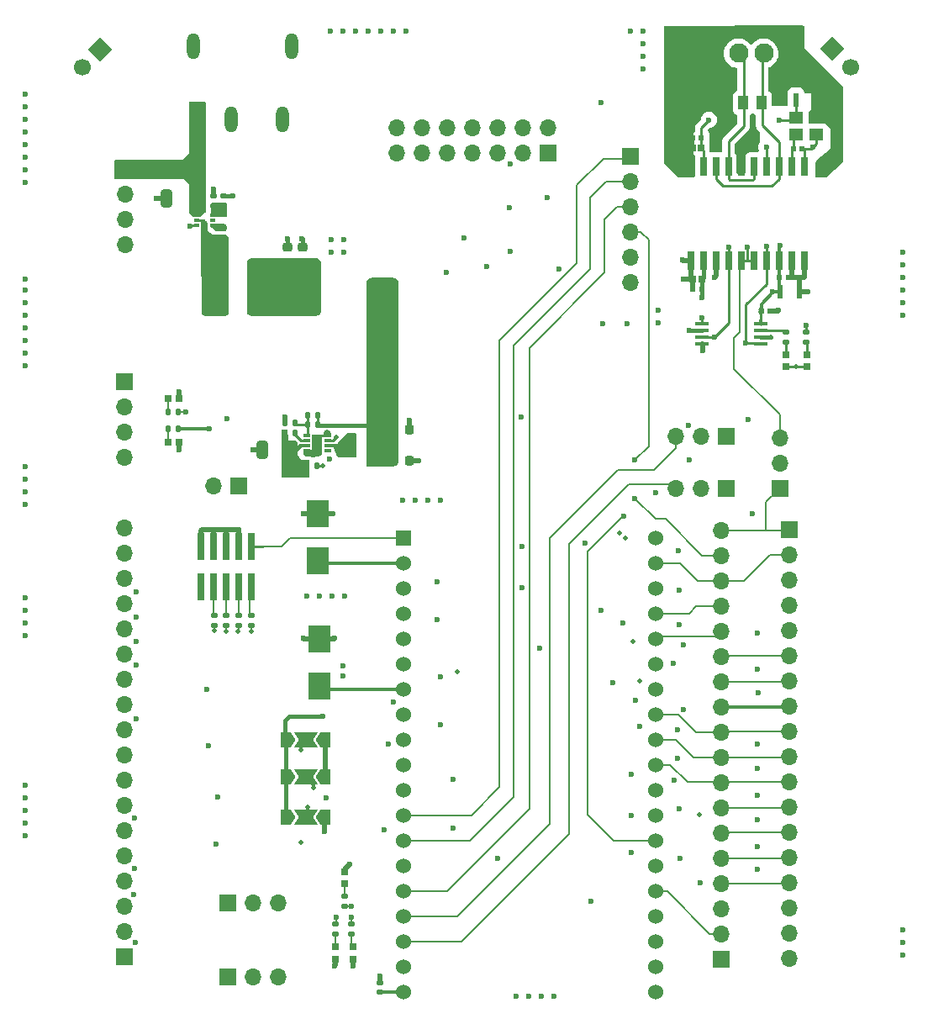
<source format=gtl>
%TF.GenerationSoftware,KiCad,Pcbnew,8.0.2*%
%TF.CreationDate,2024-05-28T09:54:10+02:00*%
%TF.ProjectId,esp_mini_open_brd,6573705f-6d69-46e6-995f-6f70656e5f62,rev?*%
%TF.SameCoordinates,Original*%
%TF.FileFunction,Copper,L1,Top*%
%TF.FilePolarity,Positive*%
%FSLAX46Y46*%
G04 Gerber Fmt 4.6, Leading zero omitted, Abs format (unit mm)*
G04 Created by KiCad (PCBNEW 8.0.2) date 2024-05-28 09:54:10*
%MOMM*%
%LPD*%
G01*
G04 APERTURE LIST*
G04 Aperture macros list*
%AMRoundRect*
0 Rectangle with rounded corners*
0 $1 Rounding radius*
0 $2 $3 $4 $5 $6 $7 $8 $9 X,Y pos of 4 corners*
0 Add a 4 corners polygon primitive as box body*
4,1,4,$2,$3,$4,$5,$6,$7,$8,$9,$2,$3,0*
0 Add four circle primitives for the rounded corners*
1,1,$1+$1,$2,$3*
1,1,$1+$1,$4,$5*
1,1,$1+$1,$6,$7*
1,1,$1+$1,$8,$9*
0 Add four rect primitives between the rounded corners*
20,1,$1+$1,$2,$3,$4,$5,0*
20,1,$1+$1,$4,$5,$6,$7,0*
20,1,$1+$1,$6,$7,$8,$9,0*
20,1,$1+$1,$8,$9,$2,$3,0*%
%AMHorizOval*
0 Thick line with rounded ends*
0 $1 width*
0 $2 $3 position (X,Y) of the first rounded end (center of the circle)*
0 $4 $5 position (X,Y) of the second rounded end (center of the circle)*
0 Add line between two ends*
20,1,$1,$2,$3,$4,$5,0*
0 Add two circle primitives to create the rounded ends*
1,1,$1,$2,$3*
1,1,$1,$4,$5*%
%AMRotRect*
0 Rectangle, with rotation*
0 The origin of the aperture is its center*
0 $1 length*
0 $2 width*
0 $3 Rotation angle, in degrees counterclockwise*
0 Add horizontal line*
21,1,$1,$2,0,0,$3*%
%AMFreePoly0*
4,1,6,1.000000,0.000000,0.500000,-0.750000,-0.500000,-0.750000,-0.500000,0.750000,0.500000,0.750000,1.000000,0.000000,1.000000,0.000000,$1*%
%AMFreePoly1*
4,1,7,0.700000,0.000000,1.200000,-0.750000,-1.200000,-0.750000,-0.700000,0.000000,-1.200000,0.750000,1.200000,0.750000,0.700000,0.000000,0.700000,0.000000,$1*%
G04 Aperture macros list end*
%TA.AperFunction,SMDPad,CuDef*%
%ADD10RoundRect,0.140000X0.170000X-0.140000X0.170000X0.140000X-0.170000X0.140000X-0.170000X-0.140000X0*%
%TD*%
%TA.AperFunction,SMDPad,CuDef*%
%ADD11RoundRect,0.250000X0.325000X0.650000X-0.325000X0.650000X-0.325000X-0.650000X0.325000X-0.650000X0*%
%TD*%
%TA.AperFunction,SMDPad,CuDef*%
%ADD12RoundRect,0.225000X-0.250000X0.225000X-0.250000X-0.225000X0.250000X-0.225000X0.250000X0.225000X0*%
%TD*%
%TA.AperFunction,ComponentPad*%
%ADD13R,1.530000X1.530000*%
%TD*%
%TA.AperFunction,ComponentPad*%
%ADD14C,1.530000*%
%TD*%
%TA.AperFunction,SMDPad,CuDef*%
%ADD15R,2.200000X2.800000*%
%TD*%
%TA.AperFunction,ComponentPad*%
%ADD16O,1.308000X2.616000*%
%TD*%
%TA.AperFunction,SMDPad,CuDef*%
%ADD17R,0.620000X1.470000*%
%TD*%
%TA.AperFunction,SMDPad,CuDef*%
%ADD18R,0.650000X0.640000*%
%TD*%
%TA.AperFunction,SMDPad,CuDef*%
%ADD19R,0.600000X0.620000*%
%TD*%
%TA.AperFunction,SMDPad,CuDef*%
%ADD20R,1.450000X1.200000*%
%TD*%
%TA.AperFunction,SMDPad,CuDef*%
%ADD21R,1.475000X0.450000*%
%TD*%
%TA.AperFunction,ComponentPad*%
%ADD22C,1.950000*%
%TD*%
%TA.AperFunction,SMDPad,CuDef*%
%ADD23RoundRect,0.135000X0.185000X-0.135000X0.185000X0.135000X-0.185000X0.135000X-0.185000X-0.135000X0*%
%TD*%
%TA.AperFunction,SMDPad,CuDef*%
%ADD24R,1.000000X1.420000*%
%TD*%
%TA.AperFunction,SMDPad,CuDef*%
%ADD25RoundRect,0.140000X-0.170000X0.140000X-0.170000X-0.140000X0.170000X-0.140000X0.170000X0.140000X0*%
%TD*%
%TA.AperFunction,SMDPad,CuDef*%
%ADD26R,0.700000X0.650000*%
%TD*%
%TA.AperFunction,SMDPad,CuDef*%
%ADD27RoundRect,0.135000X0.135000X0.185000X-0.135000X0.185000X-0.135000X-0.185000X0.135000X-0.185000X0*%
%TD*%
%TA.AperFunction,SMDPad,CuDef*%
%ADD28RoundRect,0.135000X-0.185000X0.135000X-0.185000X-0.135000X0.185000X-0.135000X0.185000X0.135000X0*%
%TD*%
%TA.AperFunction,SMDPad,CuDef*%
%ADD29R,0.650000X0.700000*%
%TD*%
%TA.AperFunction,SMDPad,CuDef*%
%ADD30R,0.650000X1.925000*%
%TD*%
%TA.AperFunction,SMDPad,CuDef*%
%ADD31R,0.492000X0.300000*%
%TD*%
%TA.AperFunction,SMDPad,CuDef*%
%ADD32RoundRect,0.140000X-0.140000X-0.170000X0.140000X-0.170000X0.140000X0.170000X-0.140000X0.170000X0*%
%TD*%
%TA.AperFunction,ComponentPad*%
%ADD33R,1.700000X1.700000*%
%TD*%
%TA.AperFunction,ComponentPad*%
%ADD34O,1.700000X1.700000*%
%TD*%
%TA.AperFunction,SMDPad,CuDef*%
%ADD35FreePoly0,0.000000*%
%TD*%
%TA.AperFunction,SMDPad,CuDef*%
%ADD36FreePoly1,0.000000*%
%TD*%
%TA.AperFunction,SMDPad,CuDef*%
%ADD37FreePoly0,180.000000*%
%TD*%
%TA.AperFunction,SMDPad,CuDef*%
%ADD38R,1.900000X5.100000*%
%TD*%
%TA.AperFunction,SMDPad,CuDef*%
%ADD39RoundRect,0.225000X0.225000X0.250000X-0.225000X0.250000X-0.225000X-0.250000X0.225000X-0.250000X0*%
%TD*%
%TA.AperFunction,SMDPad,CuDef*%
%ADD40RoundRect,0.135000X-0.135000X-0.185000X0.135000X-0.185000X0.135000X0.185000X-0.135000X0.185000X0*%
%TD*%
%TA.AperFunction,SMDPad,CuDef*%
%ADD41R,0.740000X2.790000*%
%TD*%
%TA.AperFunction,SMDPad,CuDef*%
%ADD42RoundRect,0.250000X-0.325000X-0.650000X0.325000X-0.650000X0.325000X0.650000X-0.325000X0.650000X0*%
%TD*%
%TA.AperFunction,SMDPad,CuDef*%
%ADD43R,0.700000X0.300000*%
%TD*%
%TA.AperFunction,SMDPad,CuDef*%
%ADD44R,1.000000X1.800000*%
%TD*%
%TA.AperFunction,SMDPad,CuDef*%
%ADD45R,0.850000X2.200000*%
%TD*%
%TA.AperFunction,ComponentPad*%
%ADD46RotRect,1.700000X1.700000X135.000000*%
%TD*%
%TA.AperFunction,ComponentPad*%
%ADD47HorizOval,1.700000X0.000000X0.000000X0.000000X0.000000X0*%
%TD*%
%TA.AperFunction,ComponentPad*%
%ADD48HorizOval,1.700000X0.000000X0.000000X0.000000X0.000000X0*%
%TD*%
%TA.AperFunction,ComponentPad*%
%ADD49RotRect,1.700000X1.700000X225.000000*%
%TD*%
%TA.AperFunction,ViaPad*%
%ADD50C,0.600000*%
%TD*%
%TA.AperFunction,ViaPad*%
%ADD51C,0.500000*%
%TD*%
%TA.AperFunction,ViaPad*%
%ADD52C,0.400000*%
%TD*%
%TA.AperFunction,Conductor*%
%ADD53C,0.200000*%
%TD*%
%TA.AperFunction,Conductor*%
%ADD54C,0.500000*%
%TD*%
%TA.AperFunction,Conductor*%
%ADD55C,0.450000*%
%TD*%
%TA.AperFunction,Conductor*%
%ADD56C,0.250000*%
%TD*%
%TA.AperFunction,Conductor*%
%ADD57C,0.350000*%
%TD*%
%TA.AperFunction,Conductor*%
%ADD58C,0.300000*%
%TD*%
%TA.AperFunction,Conductor*%
%ADD59C,0.150000*%
%TD*%
G04 APERTURE END LIST*
D10*
X129355638Y-152043910D03*
X129355638Y-151083910D03*
D11*
X110780638Y-72153910D03*
X107830638Y-72153910D03*
D12*
X120029229Y-77061884D03*
X120029229Y-78611884D03*
D13*
X131678138Y-106313910D03*
D14*
X131678138Y-108853910D03*
X131678138Y-111393910D03*
X131678138Y-113933910D03*
X131678138Y-116473910D03*
X131678138Y-119013910D03*
X131678138Y-121553910D03*
X131678138Y-124093910D03*
X131678138Y-126633910D03*
X131678138Y-129173910D03*
X131678138Y-131713910D03*
X131678138Y-134253910D03*
X131678138Y-136793910D03*
X131678138Y-139333910D03*
X131678138Y-141873910D03*
X131678138Y-144413910D03*
X131678138Y-146953910D03*
X131678138Y-149493910D03*
X131678138Y-152033910D03*
X157078138Y-152033910D03*
X157078138Y-149493910D03*
X157078138Y-146953910D03*
X157078138Y-144413910D03*
X157078138Y-141873910D03*
X157078138Y-139333910D03*
X157078138Y-136793910D03*
X157078138Y-134253910D03*
X157078138Y-131713910D03*
X157078138Y-129173910D03*
X157078138Y-126633910D03*
X157078138Y-124093910D03*
X157078138Y-121553910D03*
X157078138Y-119013910D03*
X157078138Y-116473910D03*
X157078138Y-113933910D03*
X157078138Y-111393910D03*
X157078138Y-108853910D03*
X157078138Y-106313910D03*
D15*
X123105638Y-108638910D03*
X123105638Y-103838910D03*
D16*
X110950919Y-64126410D03*
X119550919Y-64126410D03*
X114350919Y-64126410D03*
X120450919Y-56826410D03*
X110550919Y-56826410D03*
D17*
X169605638Y-81513910D03*
X171605638Y-81513910D03*
D18*
X161767119Y-80245455D03*
X160867119Y-80245455D03*
D19*
X169545638Y-80113910D03*
X170465638Y-80113910D03*
X161777119Y-81312255D03*
X160857119Y-81312255D03*
X170966319Y-67164455D03*
X171886319Y-67164455D03*
D18*
X161716319Y-67088255D03*
X160816319Y-67088255D03*
D19*
X161726319Y-65996055D03*
X160806319Y-65996055D03*
D20*
X171248519Y-65728455D03*
X171248519Y-64028455D03*
D21*
X161782719Y-84782255D03*
X161782719Y-85432255D03*
X161782719Y-86082255D03*
X161782719Y-86732255D03*
X167658719Y-86732255D03*
X167658719Y-86082255D03*
X167658719Y-85432255D03*
X167658719Y-84782255D03*
D22*
X167997319Y-57513910D03*
X165457319Y-57513910D03*
D23*
X170225919Y-86583655D03*
X170225919Y-85563655D03*
D24*
X165944719Y-62513910D03*
X167814719Y-62513910D03*
D12*
X121537012Y-77058855D03*
X121537012Y-78608855D03*
D25*
X113405638Y-75153910D03*
X113405638Y-76113910D03*
D26*
X109093387Y-96639052D03*
X107993387Y-96639052D03*
D27*
X109006699Y-95295474D03*
X107986699Y-95295474D03*
D23*
X125805638Y-143423910D03*
X125805638Y-142403910D03*
D28*
X124855638Y-145203910D03*
X124855638Y-146223910D03*
D29*
X125805638Y-139913910D03*
X125805638Y-141113910D03*
X124841781Y-148713910D03*
X124841781Y-147513910D03*
D30*
X160631319Y-78353455D03*
X161901319Y-78353455D03*
X163171319Y-78353455D03*
X164441319Y-78353455D03*
X165711319Y-78353455D03*
X166981319Y-78353455D03*
X168251319Y-78353455D03*
X169521319Y-78353455D03*
X170791319Y-78353455D03*
X172061319Y-78353455D03*
X172061319Y-68929455D03*
X170791319Y-68929455D03*
X169521319Y-68929455D03*
X168251319Y-68929455D03*
X166981319Y-68929455D03*
X165711319Y-68929455D03*
X164441319Y-68929455D03*
X163171319Y-68929455D03*
X161901319Y-68929455D03*
X160631319Y-68929455D03*
D20*
X173255119Y-65728455D03*
X173255119Y-64028455D03*
D29*
X172350919Y-87848655D03*
X172350919Y-89048655D03*
X170225919Y-87848655D03*
X170225919Y-89048655D03*
D17*
X171255638Y-62213910D03*
X173255638Y-62213910D03*
D26*
X109128199Y-92251025D03*
X108028199Y-92251025D03*
D27*
X109011328Y-93592281D03*
X107991328Y-93592281D03*
D23*
X172250919Y-86583655D03*
X172250919Y-85563655D03*
D19*
X167740519Y-83471255D03*
X168660519Y-83471255D03*
D31*
X110868204Y-73853984D03*
X110868204Y-74353984D03*
X110868204Y-74853984D03*
X112536204Y-74853984D03*
X112536204Y-74353984D03*
X112536204Y-73853984D03*
D32*
X122100638Y-93950410D03*
X123060638Y-93950410D03*
D28*
X115130638Y-114128910D03*
X115130638Y-115148910D03*
X126480638Y-145228910D03*
X126480638Y-146248910D03*
D33*
X114005638Y-150513910D03*
D34*
X116545638Y-150513910D03*
X119085638Y-150513910D03*
D28*
X113880638Y-114103910D03*
X113880638Y-115123910D03*
D33*
X164205638Y-96113910D03*
D34*
X161665638Y-96113910D03*
X159125638Y-96113910D03*
D28*
X112605638Y-71843910D03*
X112605638Y-72863910D03*
D33*
X163705638Y-148713910D03*
D34*
X163705638Y-146173910D03*
X163705638Y-143633910D03*
X163705638Y-141093910D03*
X163705638Y-138553910D03*
X163705638Y-136013910D03*
X163705638Y-133473910D03*
X163705638Y-130933910D03*
X163705638Y-128393910D03*
X163705638Y-125853910D03*
X163705638Y-123313910D03*
X163705638Y-120773910D03*
X163705638Y-118233910D03*
X163705638Y-115693910D03*
X163705638Y-113153910D03*
X163705638Y-110613910D03*
X163705638Y-108073910D03*
X163705638Y-105533910D03*
D33*
X169605638Y-101313910D03*
D34*
X169605638Y-98773910D03*
X169605638Y-96233910D03*
D35*
X119855638Y-130413910D03*
D36*
X121855638Y-130413910D03*
D37*
X123855638Y-130413910D03*
D33*
X154605638Y-67893910D03*
D34*
X154605638Y-70433910D03*
X154605638Y-72973910D03*
X154605638Y-75513910D03*
X154605638Y-78053910D03*
X154605638Y-80593910D03*
D38*
X112930638Y-80853910D03*
X117130638Y-80853910D03*
D33*
X103705638Y-69193910D03*
D34*
X103705638Y-71733910D03*
X103705638Y-74273910D03*
X103705638Y-76813910D03*
D33*
X146255638Y-67538910D03*
D34*
X146255638Y-64998910D03*
X143715638Y-67538910D03*
X143715638Y-64998910D03*
X141175638Y-67538910D03*
X141175638Y-64998910D03*
X138635638Y-67538910D03*
X138635638Y-64998910D03*
X136095638Y-67538910D03*
X136095638Y-64998910D03*
X133555638Y-67538910D03*
X133555638Y-64998910D03*
X131015638Y-67538910D03*
X131015638Y-64998910D03*
D33*
X114005638Y-143113910D03*
D34*
X116545638Y-143113910D03*
X119085638Y-143113910D03*
D39*
X132280638Y-98513910D03*
X130730638Y-98513910D03*
D40*
X121995638Y-99025410D03*
X123015638Y-99025410D03*
X119808835Y-95763910D03*
X120828835Y-95763910D03*
D35*
X119855638Y-126613910D03*
D36*
X121855638Y-126613910D03*
D37*
X123855638Y-126613910D03*
D15*
X123205638Y-121263910D03*
X123205638Y-116463910D03*
D41*
X116420638Y-107203910D03*
X116420638Y-111273910D03*
X115150638Y-107203910D03*
X115150638Y-111273910D03*
X113880638Y-107203910D03*
X113880638Y-111273910D03*
X112610638Y-107203910D03*
X112610638Y-111273910D03*
X111340638Y-107203910D03*
X111340638Y-111273910D03*
D33*
X103605638Y-90573910D03*
D34*
X103605638Y-93113910D03*
X103605638Y-95653910D03*
X103605638Y-98193910D03*
D42*
X117530638Y-97425410D03*
X120480638Y-97425410D03*
D29*
X126605638Y-148713910D03*
X126605638Y-147513910D03*
D23*
X113605638Y-72863910D03*
X113605638Y-71843910D03*
D33*
X164205638Y-101313910D03*
D34*
X161665638Y-101313910D03*
X159125638Y-101313910D03*
D35*
X119855638Y-134463910D03*
D36*
X121855638Y-134463910D03*
D37*
X123855638Y-134463910D03*
D39*
X132280638Y-95413910D03*
X130730638Y-95413910D03*
D33*
X115155638Y-101063910D03*
D34*
X112615638Y-101063910D03*
D43*
X121965638Y-96013910D03*
X121965638Y-96513910D03*
X121965638Y-97013910D03*
X121965638Y-97513910D03*
X124065638Y-97513910D03*
X124065638Y-97013910D03*
X124065638Y-96513910D03*
X124065638Y-96013910D03*
D44*
X123015638Y-96763910D03*
D45*
X126490638Y-96995410D03*
X128540638Y-96995410D03*
D28*
X112630638Y-114128910D03*
X112630638Y-115148910D03*
D40*
X122070638Y-94925410D03*
X123090638Y-94925410D03*
D28*
X116430638Y-114128910D03*
X116430638Y-115148910D03*
D40*
X119806559Y-94763910D03*
X120826559Y-94763910D03*
D33*
X170605638Y-105473910D03*
D34*
X170605638Y-108013910D03*
X170605638Y-110553910D03*
X170605638Y-113093910D03*
X170605638Y-115633910D03*
X170605638Y-118173910D03*
X170605638Y-120713910D03*
X170605638Y-123253910D03*
X170605638Y-125793910D03*
X170605638Y-128333910D03*
X170605638Y-130873910D03*
X170605638Y-133413910D03*
X170605638Y-135953910D03*
X170605638Y-138493910D03*
X170605638Y-141033910D03*
X170605638Y-143573910D03*
X170605638Y-146113910D03*
X170605638Y-148653910D03*
D33*
X103605638Y-148533910D03*
D34*
X103605638Y-145993910D03*
X103605638Y-143453910D03*
X103605638Y-140913910D03*
X103605638Y-138373910D03*
X103605638Y-135833910D03*
X103605638Y-133293910D03*
X103605638Y-130753910D03*
X103605638Y-128213910D03*
X103605638Y-125673910D03*
X103605638Y-123133910D03*
X103605638Y-120593910D03*
X103605638Y-118053910D03*
X103605638Y-115513910D03*
X103605638Y-112973910D03*
X103605638Y-110433910D03*
X103605638Y-107893910D03*
X103605638Y-105353910D03*
D46*
X101157200Y-57162347D03*
D47*
X99361149Y-58958398D03*
D48*
X176726689Y-58884961D03*
D49*
X174930638Y-57088910D03*
D50*
X149965638Y-106873910D03*
X130205638Y-127033910D03*
X130735638Y-122823910D03*
X135475638Y-125093910D03*
X135475638Y-120303910D03*
X142465638Y-77443910D03*
X142395638Y-73053910D03*
X142465638Y-68693910D03*
X143595638Y-94113910D03*
X143615638Y-111293910D03*
X143615638Y-107173910D03*
X129745638Y-135693910D03*
X166865638Y-103913910D03*
X166455638Y-94373910D03*
X160385638Y-95023910D03*
X157105638Y-101753910D03*
X160495638Y-98423910D03*
X161635638Y-141073910D03*
X159525638Y-133623910D03*
X159005638Y-130683910D03*
X159915638Y-123643910D03*
X159335638Y-128493910D03*
X155505638Y-125313910D03*
X159325638Y-125673910D03*
X158905638Y-118963910D03*
X159895638Y-117113910D03*
X159445638Y-115083910D03*
X159365638Y-107603910D03*
X159485638Y-111573910D03*
X152765638Y-120873910D03*
X151625638Y-113643910D03*
X154665638Y-137983910D03*
X154665638Y-130083910D03*
X154675638Y-134253910D03*
X164105638Y-62709910D03*
X164105638Y-61693910D03*
X161705638Y-60339910D03*
X161705638Y-61355910D03*
X161705638Y-59323910D03*
X173275638Y-61063910D03*
X173415638Y-59153910D03*
X175345638Y-61183910D03*
X174245638Y-60093910D03*
X172415638Y-58093910D03*
X171565638Y-56187910D03*
X171565638Y-57203910D03*
X171565638Y-55171910D03*
X158715638Y-56227910D03*
X158715638Y-57243910D03*
X158715638Y-55211910D03*
X158665638Y-62157910D03*
X158665638Y-63173910D03*
X158665638Y-61141910D03*
X158635638Y-67347910D03*
X158635638Y-68363910D03*
X158635638Y-66331910D03*
X173875638Y-69253910D03*
X93605638Y-114843910D03*
X93605638Y-112303910D03*
X93605638Y-102913910D03*
X93605638Y-100373910D03*
X93605638Y-101643910D03*
X93605638Y-99103910D03*
X93605638Y-116113910D03*
X93605638Y-113573910D03*
X125805638Y-112213910D03*
X115123681Y-105495026D03*
X124535638Y-112213910D03*
X109128199Y-91588910D03*
X136705638Y-135513910D03*
X151605638Y-62513910D03*
X104805638Y-119113910D03*
X135105638Y-114513910D03*
X157405638Y-83413910D03*
X104805638Y-116713910D03*
X159905638Y-80213910D03*
X93605638Y-136313910D03*
X124450919Y-77558655D03*
X121605638Y-103913910D03*
X126305638Y-139213910D03*
X129455638Y-55313910D03*
X167355638Y-129513910D03*
X135405638Y-102513910D03*
X128185638Y-55313910D03*
X93605638Y-62893910D03*
X159605638Y-138613910D03*
D51*
X168725919Y-86098655D03*
D50*
X161820078Y-87414433D03*
X121508277Y-76152696D03*
X124605638Y-103913910D03*
X113851508Y-105508854D03*
X121605638Y-116413910D03*
X167357769Y-134713910D03*
X93605638Y-132503910D03*
X93605638Y-86443910D03*
X124450919Y-76288655D03*
X112805638Y-137113910D03*
X167330638Y-115913910D03*
X113030638Y-132388910D03*
X93605638Y-133773910D03*
X119805638Y-94113910D03*
X110205638Y-74888910D03*
X150605638Y-142913910D03*
X93605638Y-82633910D03*
X141205638Y-138613910D03*
X182005638Y-147043910D03*
X109105638Y-97413910D03*
X132280638Y-94513910D03*
X182005638Y-145773910D03*
X129305638Y-150413910D03*
X121995638Y-112213910D03*
X154205638Y-84713910D03*
X124375638Y-55313910D03*
X93605638Y-66703910D03*
X93605638Y-85173910D03*
X155805638Y-55303910D03*
X93605638Y-64163910D03*
X130725638Y-55313910D03*
X182005638Y-80053910D03*
X116594888Y-97423910D03*
X93605638Y-135043910D03*
X169505638Y-83413910D03*
X93605638Y-88983910D03*
X104805638Y-114263910D03*
X143065638Y-152513910D03*
X104605638Y-134513910D03*
X159805638Y-78313910D03*
X125720919Y-76288655D03*
X182005638Y-82593910D03*
X146875638Y-152513910D03*
X172405638Y-81513910D03*
X123780638Y-135863910D03*
X93605638Y-61623910D03*
X182005638Y-78783910D03*
X132865638Y-102513910D03*
X167357769Y-137413910D03*
X112598778Y-71206961D03*
X106853073Y-72161137D03*
X167357769Y-132213910D03*
X167355638Y-127113910D03*
X125720919Y-77558655D03*
X157405638Y-84683910D03*
X93605638Y-67973910D03*
X145605638Y-152513910D03*
X123855638Y-128588910D03*
X113905638Y-94313910D03*
X182005638Y-77513910D03*
X122680638Y-97988910D03*
X131595638Y-102513910D03*
X155805638Y-59113910D03*
X151805638Y-84713910D03*
X182005638Y-148313910D03*
X171405638Y-80113910D03*
X124305638Y-98413910D03*
X124805638Y-116413910D03*
X155805638Y-57843910D03*
X120047330Y-76185018D03*
D52*
X124080638Y-95650410D03*
D50*
X104582526Y-139614466D03*
X133205638Y-98513910D03*
X154535638Y-55303910D03*
X134135638Y-102513910D03*
X93605638Y-81363910D03*
X93600357Y-80259165D03*
X104563622Y-142204298D03*
X136705638Y-130613910D03*
X125645638Y-55313910D03*
X163005638Y-80113910D03*
X126915638Y-55313910D03*
X93605638Y-87713910D03*
X182005638Y-81323910D03*
X155805638Y-56573910D03*
X111905638Y-121563910D03*
X104805638Y-124513910D03*
X126605638Y-149413910D03*
X182005638Y-83863910D03*
X104805638Y-111713910D03*
X124805638Y-149413910D03*
X104695233Y-147066518D03*
X144335638Y-152513910D03*
X135105638Y-110713910D03*
X160472258Y-85446034D03*
X93605638Y-69243910D03*
X167357769Y-139713910D03*
X167330638Y-119538910D03*
X93605638Y-70513910D03*
X167405638Y-121913910D03*
X93605638Y-83903910D03*
X93605638Y-65433910D03*
X131995638Y-55313910D03*
X93605638Y-131233910D03*
X123265638Y-112213910D03*
X112105638Y-127213910D03*
X111005638Y-70799299D03*
X111005638Y-69913910D03*
X111005638Y-68913910D03*
D52*
X128705638Y-98413910D03*
X128555638Y-95145410D03*
D50*
X123605638Y-124313910D03*
D52*
X129155638Y-95145410D03*
X128555638Y-94545410D03*
X129155638Y-98745410D03*
X130724811Y-96369693D03*
X129155638Y-94545410D03*
X129355638Y-97545410D03*
D50*
X129605638Y-80913910D03*
D52*
X129355638Y-96945410D03*
X129955638Y-95745410D03*
X129955638Y-96345410D03*
X130355638Y-94545410D03*
X129755638Y-94545410D03*
X130724811Y-96989283D03*
X129955638Y-98145410D03*
X130714219Y-97561211D03*
D51*
X154815638Y-116713910D03*
D52*
X129355638Y-95745410D03*
X129355638Y-98145410D03*
X129955638Y-97545410D03*
D50*
X112155638Y-95313910D03*
D52*
X129755638Y-98745410D03*
X129355638Y-96345410D03*
X129955638Y-96945410D03*
D50*
X129605638Y-81913910D03*
D52*
X129755638Y-95145410D03*
D50*
X129605638Y-82913910D03*
D51*
X119855638Y-99850410D03*
X120855638Y-99850410D03*
D50*
X161805638Y-82113910D03*
X118805638Y-82713910D03*
D51*
X121755638Y-99850410D03*
D50*
X114555638Y-71838910D03*
X168908185Y-81524861D03*
X109805638Y-93605870D03*
X120005638Y-81713910D03*
X118805638Y-80713910D03*
X121605638Y-82713910D03*
D51*
X121155638Y-99100410D03*
D50*
X169663001Y-76903374D03*
X118805638Y-81713910D03*
D51*
X171275919Y-89073655D03*
D50*
X121605638Y-81713910D03*
X120005638Y-82713910D03*
X121605638Y-79713910D03*
X118805638Y-79713910D03*
X120005638Y-80713910D03*
X118805638Y-78713910D03*
D51*
X120255638Y-99100410D03*
D50*
X120005638Y-79713910D03*
X121605638Y-80713910D03*
X126490663Y-143428617D03*
D51*
X116430638Y-115738910D03*
X112630638Y-115678910D03*
X121405638Y-137013910D03*
X115075638Y-115723910D03*
D50*
X170892919Y-60128655D03*
X161748919Y-55213910D03*
X161748919Y-56229910D03*
X161748919Y-57245910D03*
X175405638Y-63189910D03*
X175405638Y-64713910D03*
X175405638Y-66237910D03*
X175405638Y-67761910D03*
X166320919Y-66732655D03*
X160505638Y-65213910D03*
X162485519Y-64218055D03*
X169597519Y-64218055D03*
D52*
X111707088Y-75313910D03*
X113405638Y-76713910D03*
X112405638Y-77913910D03*
X111605638Y-77913910D03*
X111605638Y-78513910D03*
X111707088Y-75913910D03*
X113205638Y-77913910D03*
D50*
X168251319Y-66961255D03*
X172950319Y-66961255D03*
X153805638Y-114913910D03*
X125605638Y-119213910D03*
X146205638Y-72013910D03*
X163005638Y-86082255D03*
X164441319Y-77022440D03*
X166193919Y-86722455D03*
X168251319Y-76992273D03*
D51*
X122655638Y-131438910D03*
X122030638Y-133438910D03*
X121355638Y-127638910D03*
X154051858Y-106363410D03*
X153505638Y-105813910D03*
D50*
X136005638Y-79613910D03*
X140105638Y-79013910D03*
D51*
X161505638Y-134213910D03*
X137105638Y-119813910D03*
D52*
X125705638Y-96525410D03*
X124880934Y-97094353D03*
X125705638Y-97825410D03*
X125705638Y-97150410D03*
D51*
X124905638Y-96205410D03*
X123545638Y-99045410D03*
D50*
X172305638Y-84913910D03*
X161774319Y-84113910D03*
X147405638Y-79213910D03*
X125605638Y-120213910D03*
X145405638Y-117413910D03*
X123905638Y-132513910D03*
D51*
X155505638Y-120713910D03*
D50*
X137805638Y-76113910D03*
X155105638Y-122713910D03*
X124905638Y-144513910D03*
X126505638Y-144513910D03*
X153905638Y-104113910D03*
X166359319Y-77026749D03*
X155018138Y-98463910D03*
D51*
X113880638Y-115713910D03*
D50*
X155018138Y-102313910D03*
D53*
X153235638Y-72973910D02*
X154605638Y-72973910D01*
X151965638Y-79603910D02*
X151965638Y-74243910D01*
X151965638Y-74243910D02*
X153235638Y-72973910D01*
X136105638Y-141873910D02*
X144395638Y-133583910D01*
X144395638Y-87173910D02*
X151965638Y-79603910D01*
X131678138Y-141873910D02*
X136105638Y-141873910D01*
X144395638Y-133583910D02*
X144395638Y-87173910D01*
X152135638Y-70433910D02*
X154605638Y-70433910D01*
X150505638Y-72063910D02*
X152135638Y-70433910D01*
X150505638Y-79253910D02*
X150505638Y-72063910D01*
X138435638Y-136793910D02*
X142805638Y-132423910D01*
X142805638Y-132423910D02*
X142805638Y-86953910D01*
X131678138Y-136793910D02*
X138435638Y-136793910D01*
X142805638Y-86953910D02*
X150505638Y-79253910D01*
X154385638Y-68113910D02*
X154605638Y-67893910D01*
X149185638Y-78683910D02*
X149185638Y-70783910D01*
X149185638Y-70783910D02*
X151855638Y-68113910D01*
X141395638Y-86473910D02*
X149185638Y-78683910D01*
X141395638Y-131433910D02*
X141395638Y-86473910D01*
X138575638Y-134253910D02*
X141395638Y-131433910D01*
X131678138Y-134253910D02*
X138575638Y-134253910D01*
X151855638Y-68113910D02*
X154385638Y-68113910D01*
X156935638Y-99483910D02*
X159125638Y-97293910D01*
X159125638Y-97293910D02*
X159125638Y-96113910D01*
X153285638Y-99483910D02*
X156935638Y-99483910D01*
X146405638Y-135103910D02*
X146405638Y-106363910D01*
X146405638Y-106363910D02*
X153285638Y-99483910D01*
X137095638Y-144413910D02*
X146405638Y-135103910D01*
X131678138Y-144413910D02*
X137095638Y-144413910D01*
X158725638Y-100913910D02*
X159125638Y-101313910D01*
X131688138Y-146963910D02*
X137555638Y-146963910D01*
X137555638Y-146963910D02*
X148415638Y-136103910D01*
X148415638Y-136103910D02*
X148415638Y-106943910D01*
X148415638Y-106943910D02*
X154445638Y-100913910D01*
X131678138Y-146953910D02*
X131688138Y-146963910D01*
X154445638Y-100913910D02*
X158725638Y-100913910D01*
X153815638Y-104113910D02*
X153905638Y-104113910D01*
X150245638Y-107683910D02*
X153815638Y-104113910D01*
X150245638Y-134173910D02*
X150245638Y-107683910D01*
X152865638Y-136793910D02*
X150245638Y-134173910D01*
X157078138Y-136793910D02*
X152865638Y-136793910D01*
D54*
X160867119Y-80245455D02*
X160835574Y-80213910D01*
X115150638Y-107203910D02*
X115150638Y-105521983D01*
D55*
X160486037Y-85432255D02*
X160472258Y-85446034D01*
D54*
X170805638Y-80113910D02*
X170465638Y-80113910D01*
X124841781Y-148713910D02*
X124841781Y-149377767D01*
X160857119Y-81312255D02*
X160857119Y-80255455D01*
X123855638Y-128588910D02*
X123855638Y-130413910D01*
X160631319Y-78353455D02*
X159845183Y-78353455D01*
X170791319Y-80099591D02*
X170805638Y-80113910D01*
X113865336Y-105495026D02*
X115123681Y-105495026D01*
X111340638Y-107203910D02*
X111340638Y-105578910D01*
X123780638Y-135863910D02*
X123780638Y-134538910D01*
X133205638Y-98513910D02*
X132280638Y-98513910D01*
X125805638Y-139713910D02*
X125805638Y-139913910D01*
X123105638Y-103838910D02*
X121680638Y-103838910D01*
D56*
X123011535Y-96762284D02*
X123011535Y-97359513D01*
X110868204Y-74853984D02*
X110240564Y-74853984D01*
D54*
X169448293Y-83471255D02*
X168660519Y-83471255D01*
X126305638Y-139213910D02*
X125805638Y-139713910D01*
X172061319Y-78353455D02*
X172061319Y-80058229D01*
X112610638Y-105513854D02*
X112605638Y-105508854D01*
X172061319Y-80058229D02*
X172005638Y-80113910D01*
X160835574Y-80213910D02*
X159905638Y-80213910D01*
D55*
X121537012Y-76181431D02*
X121508277Y-76152696D01*
D54*
X160857119Y-80255455D02*
X160867119Y-80245455D01*
X109093387Y-97401659D02*
X109105638Y-97413910D01*
X112610638Y-107203910D02*
X112610638Y-105513854D01*
X109093387Y-96639052D02*
X109093387Y-97401659D01*
X171605638Y-80313910D02*
X171405638Y-80113910D01*
X129355638Y-151083910D02*
X129355638Y-150463910D01*
X123780638Y-134538910D02*
X123855638Y-134463910D01*
X116596388Y-97425410D02*
X116594888Y-97423910D01*
X171605638Y-81513910D02*
X172405638Y-81513910D01*
X161820078Y-86794614D02*
X161782719Y-86757255D01*
X119806559Y-94763910D02*
X119806559Y-94114831D01*
D56*
X122414138Y-97513910D02*
X121965638Y-97513910D01*
D54*
X169505638Y-83413910D02*
X169448293Y-83471255D01*
D55*
X167658719Y-86082255D02*
X168709519Y-86082255D01*
D54*
X160631319Y-80009655D02*
X160867119Y-80245455D01*
X129355638Y-150463910D02*
X129305638Y-150413910D01*
X119806559Y-94114831D02*
X119805638Y-94113910D01*
X121680638Y-103838910D02*
X121605638Y-103913910D01*
X113880638Y-107203910D02*
X113880638Y-105537984D01*
X126605638Y-148713910D02*
X126605638Y-149413910D01*
X124841781Y-149377767D02*
X124805638Y-149413910D01*
X163171319Y-79948229D02*
X163005638Y-80113910D01*
D56*
X123011535Y-96762284D02*
X123011535Y-96261307D01*
D54*
X171405638Y-80113910D02*
X172005638Y-80113910D01*
D56*
X122855638Y-97515410D02*
X122415638Y-97515410D01*
D54*
X123105638Y-103838910D02*
X124530638Y-103838910D01*
X106860300Y-72153910D02*
X106853073Y-72161137D01*
X121655638Y-116463910D02*
X123205638Y-116463910D01*
X124530638Y-103838910D02*
X124605638Y-103913910D01*
D55*
X120029229Y-77061884D02*
X120029229Y-76203119D01*
D54*
X170465638Y-80113910D02*
X171405638Y-80113910D01*
X117530638Y-97425410D02*
X116596388Y-97425410D01*
X123855638Y-126613910D02*
X123855638Y-128588910D01*
X163171319Y-78353455D02*
X163171319Y-79948229D01*
X160631319Y-78353455D02*
X160631319Y-80009655D01*
X121605638Y-116413910D02*
X121655638Y-116463910D01*
X112605638Y-71843910D02*
X112605638Y-71213821D01*
X115150638Y-105521983D02*
X115123681Y-105495026D01*
X113880638Y-105537984D02*
X113851508Y-105508854D01*
D55*
X161782719Y-85432255D02*
X160486037Y-85432255D01*
D54*
X124805638Y-116413910D02*
X124755638Y-116463910D01*
D56*
X122415638Y-97515410D02*
X122414138Y-97513910D01*
D54*
X171605638Y-81513910D02*
X171605638Y-80313910D01*
X132280638Y-94513910D02*
X132280638Y-95413910D01*
D55*
X121537012Y-77058855D02*
X121537012Y-76181431D01*
D54*
X112605638Y-105508854D02*
X113851508Y-105508854D01*
X170791319Y-78353455D02*
X170791319Y-80099591D01*
D56*
X123247138Y-96013910D02*
X124065638Y-96013910D01*
X123047138Y-96213910D02*
X123247138Y-96013910D01*
D54*
X161820078Y-87414433D02*
X161820078Y-86794614D01*
X107830638Y-72153910D02*
X106860300Y-72153910D01*
D55*
X120029229Y-76203119D02*
X120047330Y-76185018D01*
D56*
X123005638Y-96255410D02*
X123005638Y-96213910D01*
D54*
X111340638Y-105578910D02*
X111410694Y-105508854D01*
D56*
X123011535Y-96261307D02*
X123005638Y-96255410D01*
D54*
X112605638Y-71213821D02*
X112598778Y-71206961D01*
D56*
X123011535Y-97359513D02*
X122855638Y-97515410D01*
D54*
X113851508Y-105508854D02*
X113865336Y-105495026D01*
X159845183Y-78353455D02*
X159805638Y-78313910D01*
D56*
X123005638Y-96213910D02*
X123047138Y-96213910D01*
D54*
X124755638Y-116463910D02*
X123205638Y-116463910D01*
D55*
X168709519Y-86082255D02*
X168725919Y-86098655D01*
D54*
X111410694Y-105508854D02*
X112605638Y-105508854D01*
D53*
X123637138Y-96013910D02*
X123635638Y-96015410D01*
D56*
X110240564Y-74853984D02*
X110205638Y-74888910D01*
D54*
X109128199Y-91588910D02*
X109128199Y-92251025D01*
D55*
X119805638Y-126563910D02*
X119855638Y-126613910D01*
D57*
X163705638Y-123313910D02*
X170455638Y-123313910D01*
D55*
X128540638Y-95160410D02*
X128540638Y-96995410D01*
D58*
X109085638Y-95313910D02*
X112155638Y-95313910D01*
D55*
X130730638Y-98513910D02*
X130730638Y-95413910D01*
X123110638Y-94945410D02*
X128325638Y-94945410D01*
D54*
X170465638Y-123303910D02*
X170605638Y-123163910D01*
D55*
X119855638Y-130413910D02*
X119855638Y-134463910D01*
X128325638Y-94945410D02*
X128540638Y-95160410D01*
D57*
X170455638Y-123313910D02*
X170605638Y-123163910D01*
D55*
X123605638Y-124313910D02*
X120205638Y-124313910D01*
X119855638Y-126613910D02*
X119855638Y-130413910D01*
X119805638Y-124713910D02*
X119805638Y-126563910D01*
D56*
X123105638Y-94875410D02*
X123060638Y-94830410D01*
X123060638Y-94830410D02*
X123060638Y-93950410D01*
D55*
X123090638Y-94925410D02*
X123110638Y-94945410D01*
X120205638Y-124313910D02*
X119805638Y-124713910D01*
D57*
X167740519Y-82779029D02*
X167740519Y-83471255D01*
D56*
X171275919Y-89073655D02*
X171250919Y-89048655D01*
D55*
X121205638Y-97075410D02*
X120855638Y-97425410D01*
D57*
X169594687Y-81524861D02*
X169605638Y-81513910D01*
D55*
X161777119Y-81312255D02*
X161777119Y-82085391D01*
D57*
X169521319Y-78353455D02*
X169521319Y-81429591D01*
X168908185Y-81524861D02*
X169594687Y-81524861D01*
X169521319Y-81429591D02*
X169605638Y-81513910D01*
D56*
X171275919Y-89073655D02*
X171775919Y-89073655D01*
D57*
X169663001Y-76903374D02*
X169521319Y-77045056D01*
D55*
X161901319Y-78353455D02*
X161901319Y-80111255D01*
X161777119Y-81312255D02*
X161777119Y-80255455D01*
D57*
X168908185Y-81611363D02*
X167740519Y-82779029D01*
D55*
X114550638Y-71843910D02*
X114555638Y-71838910D01*
D56*
X170250919Y-89073655D02*
X172325919Y-89073655D01*
D57*
X168908185Y-81524861D02*
X168908185Y-81611363D01*
X129355638Y-152043910D02*
X129365638Y-152033910D01*
D55*
X161901319Y-80111255D02*
X161767119Y-80245455D01*
D57*
X169521319Y-77045056D02*
X169521319Y-78353455D01*
D55*
X120855638Y-97425410D02*
X120480638Y-97425410D01*
X113605638Y-71843910D02*
X114550638Y-71843910D01*
D56*
X170225919Y-89048655D02*
X170250919Y-89073655D01*
D58*
X121267138Y-97013910D02*
X121965638Y-97013910D01*
D55*
X161777119Y-82085391D02*
X161805638Y-82113910D01*
D53*
X109792049Y-93592281D02*
X108981328Y-93592281D01*
D55*
X161777119Y-80255455D02*
X161767119Y-80245455D01*
D57*
X129365638Y-152033910D02*
X131678138Y-152033910D01*
D53*
X109805638Y-93605870D02*
X109792049Y-93592281D01*
D58*
X121205638Y-97075410D02*
X121267138Y-97013910D01*
D56*
X167658719Y-83225655D02*
X167658719Y-84782255D01*
X172325919Y-89073655D02*
X172350919Y-89048655D01*
D53*
X125805638Y-143423910D02*
X126485956Y-143423910D01*
X126485956Y-143423910D02*
X126490663Y-143428617D01*
X116430638Y-115738910D02*
X116430638Y-115148910D01*
X112630638Y-115678910D02*
X112630638Y-115148910D01*
X115130638Y-115668910D02*
X115130638Y-115148910D01*
X115075638Y-115723910D02*
X115130638Y-115668910D01*
D56*
X160816319Y-66006055D02*
X160806319Y-65996055D01*
X160631319Y-68929455D02*
X160631319Y-67273255D01*
X160816319Y-67088255D02*
X160816319Y-66006055D01*
X173255638Y-64027936D02*
X173255638Y-62213910D01*
X160631319Y-67273255D02*
X160816319Y-67088255D01*
X173255119Y-64028455D02*
X173255638Y-64027936D01*
X170791319Y-68929455D02*
X170791319Y-67339455D01*
X170966319Y-67164455D02*
X170966319Y-66010655D01*
X170791319Y-67339455D02*
X170966319Y-67164455D01*
X170966319Y-66010655D02*
X171248519Y-65728455D01*
X161901319Y-67273255D02*
X161716319Y-67088255D01*
X161716319Y-67088255D02*
X161716319Y-66006055D01*
X161901319Y-68929455D02*
X161901319Y-67273255D01*
X171058919Y-64218055D02*
X171248519Y-64028455D01*
X161726319Y-64977255D02*
X162485519Y-64218055D01*
X161726319Y-65996055D02*
X161726319Y-64977255D01*
X171248519Y-64028455D02*
X171248519Y-62221029D01*
X171248519Y-62221029D02*
X171255638Y-62213910D01*
X169597519Y-64218055D02*
X171058919Y-64218055D01*
X161716319Y-66006055D02*
X161726319Y-65996055D01*
X163171319Y-70161655D02*
X163908319Y-70898655D01*
X167844919Y-63232255D02*
X167840119Y-63227455D01*
X163171319Y-68929455D02*
X163171319Y-70161655D01*
X169521319Y-70191955D02*
X169521319Y-68929455D01*
X163908319Y-70898655D02*
X168814619Y-70898655D01*
X167844919Y-64802255D02*
X167844919Y-63232255D01*
X168814619Y-70898655D02*
X169521319Y-70191955D01*
X169521319Y-66478655D02*
X167844919Y-64802255D01*
X167840119Y-57671110D02*
X167997319Y-57513910D01*
X169521319Y-68929455D02*
X169521319Y-66478655D01*
X167840119Y-63227455D02*
X167840119Y-57671110D01*
X166881318Y-70291956D02*
X166981319Y-70191955D01*
X166981319Y-70191955D02*
X166981319Y-68929455D01*
X164441319Y-66377055D02*
X165970119Y-64848255D01*
X164441319Y-70191955D02*
X164541320Y-70291956D01*
X164441319Y-68929455D02*
X164441319Y-66377055D01*
X164541320Y-70291956D02*
X166881318Y-70291956D01*
X165970119Y-58026710D02*
X165457319Y-57513910D01*
X165970119Y-64848255D02*
X165970119Y-58026710D01*
X164441319Y-68929455D02*
X164441319Y-70191955D01*
D53*
X126605638Y-147513910D02*
X126480638Y-147388910D01*
X126480638Y-147388910D02*
X126480638Y-146248910D01*
D59*
X108016699Y-96615740D02*
X107993387Y-96639052D01*
X108016699Y-95295474D02*
X108016699Y-96615740D01*
D56*
X172250919Y-86530655D02*
X172350919Y-86630655D01*
X172350919Y-86630655D02*
X172350919Y-87848655D01*
D53*
X124855638Y-147500053D02*
X124855638Y-146221624D01*
X124841781Y-147513910D02*
X124855638Y-147500053D01*
D56*
X170225919Y-86530655D02*
X170225919Y-87848655D01*
D59*
X108028199Y-93585410D02*
X108021328Y-93592281D01*
X108028199Y-92251025D02*
X108028199Y-93585410D01*
D53*
X159545638Y-108853910D02*
X157078138Y-108853910D01*
X163705638Y-110613910D02*
X161305638Y-110613910D01*
X163705638Y-110613910D02*
X166005638Y-110613910D01*
X168605638Y-108013910D02*
X170605638Y-108013910D01*
X166005638Y-110613910D02*
X168605638Y-108013910D01*
X161305638Y-110613910D02*
X159545638Y-108853910D01*
D56*
X172950319Y-66961255D02*
X173255119Y-66656455D01*
X168251319Y-66961255D02*
X168251319Y-68929455D01*
X172061319Y-67339455D02*
X171886319Y-67164455D01*
X173255119Y-66656455D02*
X173255119Y-65728455D01*
X172061319Y-68929455D02*
X172061319Y-67339455D01*
X171886319Y-67164455D02*
X172747119Y-67164455D01*
X172747119Y-67164455D02*
X172950319Y-66961255D01*
X120988059Y-94925410D02*
X120826559Y-94763910D01*
X122055638Y-95923910D02*
X121965638Y-96013910D01*
X122070638Y-93980410D02*
X122100638Y-93950410D01*
X122055638Y-94940410D02*
X122055638Y-95923910D01*
X122070638Y-94925410D02*
X120988059Y-94925410D01*
X122070638Y-94925410D02*
X122055638Y-94940410D01*
X122070638Y-94925410D02*
X122070638Y-93980410D01*
X121402749Y-96513910D02*
X120815638Y-95926799D01*
X120815638Y-95926799D02*
X120815638Y-95925410D01*
X121965638Y-96513910D02*
X121402749Y-96513910D01*
D53*
X163705638Y-125853910D02*
X163765638Y-125793910D01*
X159385638Y-124093910D02*
X161145638Y-125853910D01*
X161145638Y-125853910D02*
X163705638Y-125853910D01*
X163765638Y-125793910D02*
X170395638Y-125793910D01*
X157078138Y-124093910D02*
X159385638Y-124093910D01*
X170395638Y-125793910D02*
X170455638Y-125853910D01*
D56*
X163005638Y-86082255D02*
X164441319Y-84646574D01*
X164441319Y-84646574D02*
X164441319Y-78353455D01*
X164441319Y-78353455D02*
X164441319Y-77022440D01*
X163005638Y-86082255D02*
X161782719Y-86082255D01*
X166193919Y-82800629D02*
X168251319Y-80743229D01*
X168251319Y-78353455D02*
X168251319Y-76992273D01*
X166193919Y-86722455D02*
X167648919Y-86722455D01*
X168251319Y-80743229D02*
X168251319Y-78353455D01*
X167648919Y-86722455D02*
X167658719Y-86732255D01*
X166193919Y-86722455D02*
X166193919Y-82800629D01*
D58*
X121855638Y-130413910D02*
X122655638Y-131213910D01*
X122655638Y-131213910D02*
X122655638Y-131438910D01*
X122030638Y-134288910D02*
X121855638Y-134463910D01*
X122030638Y-133438910D02*
X122030638Y-134288910D01*
X121855638Y-126613910D02*
X121355638Y-127113910D01*
X121355638Y-127113910D02*
X121355638Y-127638910D01*
D53*
X163705638Y-130933910D02*
X163765638Y-130873910D01*
X163685638Y-130913910D02*
X163705638Y-130933910D01*
X163765638Y-130873910D02*
X170605638Y-130873910D01*
X157078138Y-129173910D02*
X158565638Y-129173910D01*
X160305638Y-130913910D02*
X163685638Y-130913910D01*
X158565638Y-129173910D02*
X160305638Y-130913910D01*
X170545638Y-133473910D02*
X163705638Y-133473910D01*
X170605638Y-133413910D02*
X170545638Y-133473910D01*
X163705638Y-138553910D02*
X170545638Y-138553910D01*
X170545638Y-138553910D02*
X170605638Y-138493910D01*
X163535638Y-113213910D02*
X161205638Y-113213910D01*
X160485638Y-113933910D02*
X157078138Y-113933910D01*
X161205638Y-113213910D02*
X160485638Y-113933910D01*
X163605638Y-113143910D02*
X163535638Y-113213910D01*
X163075638Y-116213910D02*
X157338138Y-116213910D01*
X157338138Y-116213910D02*
X157078138Y-116473910D01*
X163605638Y-115683910D02*
X163075638Y-116213910D01*
X116430638Y-114128910D02*
X116220638Y-113918910D01*
X116220638Y-111473910D02*
X116420638Y-111273910D01*
X116220638Y-113918910D02*
X116220638Y-111473910D01*
X112605638Y-114103910D02*
X112605638Y-111278910D01*
X112630638Y-114128910D02*
X112605638Y-114103910D01*
X112605638Y-111278910D02*
X112610638Y-111273910D01*
X115130638Y-111293910D02*
X115150638Y-111273910D01*
X115130638Y-114128910D02*
X115130638Y-111293910D01*
X113880638Y-114103910D02*
X113880638Y-111273910D01*
D58*
X131668138Y-108863910D02*
X131678138Y-108853910D01*
X123105638Y-108638910D02*
X123330638Y-108863910D01*
X123330638Y-108863910D02*
X131668138Y-108863910D01*
X131678138Y-121553910D02*
X123495638Y-121553910D01*
X123495638Y-121553910D02*
X123205638Y-121263910D01*
D56*
X116430638Y-107213910D02*
X116420638Y-107203910D01*
D53*
X119405638Y-107213910D02*
X120305638Y-106313910D01*
X117605638Y-107213910D02*
X119405638Y-107213910D01*
D56*
X117605638Y-107213910D02*
X116430638Y-107213910D01*
D53*
X120305638Y-106313910D02*
X131678138Y-106313910D01*
X125805638Y-142403910D02*
X125805638Y-141113910D01*
D56*
X123525638Y-99025410D02*
X123015638Y-99025410D01*
X123545638Y-99045410D02*
X123525638Y-99025410D01*
X124905638Y-96205410D02*
X124597138Y-96513910D01*
X124597138Y-96513910D02*
X124065638Y-96513910D01*
X161774319Y-84773855D02*
X161782719Y-84782255D01*
X172305638Y-84913910D02*
X172250919Y-84968629D01*
X172250919Y-84968629D02*
X172250919Y-85616655D01*
X161774319Y-84113910D02*
X161774319Y-84773855D01*
X170225919Y-85563655D02*
X170094519Y-85432255D01*
X170094519Y-85432255D02*
X167658719Y-85432255D01*
D53*
X163705638Y-128393910D02*
X160885638Y-128393910D01*
X170545638Y-128393910D02*
X170605638Y-128333910D01*
X160885638Y-128393910D02*
X159125638Y-126633910D01*
X159125638Y-126633910D02*
X157078138Y-126633910D01*
X163705638Y-128393910D02*
X170545638Y-128393910D01*
X170545638Y-141093910D02*
X170605638Y-141033910D01*
X163705638Y-141093910D02*
X170545638Y-141093910D01*
X163765638Y-118173910D02*
X170485638Y-118173910D01*
X170485638Y-118173910D02*
X170545638Y-118233910D01*
X163705638Y-118233910D02*
X163765638Y-118173910D01*
X124905638Y-145153910D02*
X124855638Y-145203910D01*
X170455638Y-120773910D02*
X170605638Y-120623910D01*
X124905638Y-144513910D02*
X124905638Y-145153910D01*
X163705638Y-120773910D02*
X170455638Y-120773910D01*
X163765638Y-135953910D02*
X163705638Y-136013910D01*
X170605638Y-135953910D02*
X163765638Y-135953910D01*
X158265638Y-141873910D02*
X162565638Y-146173910D01*
X126480638Y-144538910D02*
X126480638Y-145228910D01*
X162565638Y-146173910D02*
X163705638Y-146173910D01*
X126505638Y-144513910D02*
X126480638Y-144538910D01*
X157078138Y-141873910D02*
X158265638Y-141873910D01*
X169605638Y-93913910D02*
X169605638Y-96233910D01*
X165005638Y-89313910D02*
X169605638Y-93913910D01*
D56*
X166359319Y-77026749D02*
X166359319Y-78353455D01*
X166359319Y-78353455D02*
X166981319Y-78353455D01*
D53*
X165711319Y-78353455D02*
X165605638Y-78459136D01*
X165605638Y-78459136D02*
X165605638Y-85613910D01*
D56*
X165711319Y-78353455D02*
X166359319Y-78353455D01*
D53*
X165605638Y-85613910D02*
X165005638Y-86213910D01*
X165005638Y-86213910D02*
X165005638Y-89313910D01*
X168205638Y-105533910D02*
X167505638Y-105533910D01*
X169605638Y-101313910D02*
X168205638Y-102713910D01*
X168205638Y-102713910D02*
X168205638Y-105533910D01*
X170545638Y-105533910D02*
X170605638Y-105473910D01*
X163705638Y-105533910D02*
X167505638Y-105533910D01*
X167505638Y-105533910D02*
X170545638Y-105533910D01*
X157118138Y-104413910D02*
X158105638Y-104413910D01*
D59*
X156405638Y-97076410D02*
X156405638Y-76313910D01*
X155605638Y-75513910D02*
X154605638Y-75513910D01*
D53*
X155018138Y-102313910D02*
X157118138Y-104413910D01*
X113880638Y-115713910D02*
X113880638Y-115123910D01*
X158105638Y-104413910D02*
X161765638Y-108073910D01*
D59*
X155018138Y-98463910D02*
X156405638Y-97076410D01*
X156405638Y-76313910D02*
X155605638Y-75513910D01*
D53*
X161765638Y-108073910D02*
X163705638Y-108073910D01*
%TA.AperFunction,Conductor*%
G36*
X124065429Y-95451960D02*
G01*
X124144083Y-95464418D01*
X124181575Y-95476600D01*
X124243584Y-95508195D01*
X124275476Y-95531367D01*
X124324680Y-95580571D01*
X124347852Y-95612463D01*
X124379447Y-95674472D01*
X124391629Y-95711963D01*
X124402516Y-95780698D01*
X124402516Y-95820122D01*
X124391629Y-95888856D01*
X124379447Y-95926347D01*
X124347852Y-95988356D01*
X124324680Y-96020248D01*
X124275476Y-96069452D01*
X124243584Y-96092624D01*
X124181575Y-96124219D01*
X124144084Y-96136401D01*
X124091506Y-96144729D01*
X124065428Y-96148859D01*
X124045721Y-96150410D01*
X123760413Y-96150410D01*
X123692292Y-96130408D01*
X123645799Y-96076752D01*
X123635695Y-96006478D01*
X123643961Y-95978804D01*
X123705638Y-95885410D01*
X123705638Y-95680319D01*
X123708059Y-95655739D01*
X123717304Y-95609258D01*
X123736116Y-95563839D01*
X123755419Y-95534950D01*
X123790178Y-95500191D01*
X123819067Y-95480888D01*
X123864485Y-95462076D01*
X123879087Y-95459172D01*
X123910969Y-95452831D01*
X123935548Y-95450410D01*
X124045721Y-95450410D01*
X124065429Y-95451960D01*
G37*
%TD.AperFunction*%
%TA.AperFunction,Conductor*%
G36*
X163179429Y-68775401D02*
G01*
X163179752Y-68775724D01*
X163458052Y-69065122D01*
X163461317Y-69073461D01*
X163460049Y-69078534D01*
X163435675Y-69126482D01*
X163435505Y-69126803D01*
X163409254Y-69174705D01*
X163409188Y-69174824D01*
X163384947Y-69217858D01*
X163363034Y-69258261D01*
X163343758Y-69298293D01*
X163343753Y-69298305D01*
X163327394Y-69340269D01*
X163314199Y-69386545D01*
X163314197Y-69386553D01*
X163304445Y-69439437D01*
X163304441Y-69439464D01*
X163298394Y-69501294D01*
X163298392Y-69501329D01*
X163296641Y-69563087D01*
X163292981Y-69571259D01*
X163284946Y-69574455D01*
X163057691Y-69574455D01*
X163049418Y-69571028D01*
X163045996Y-69563087D01*
X163044244Y-69501325D01*
X163044242Y-69501296D01*
X163038195Y-69439464D01*
X163038194Y-69439449D01*
X163028439Y-69386550D01*
X163015245Y-69340275D01*
X162998879Y-69298293D01*
X162979608Y-69258271D01*
X162957699Y-69217875D01*
X162933420Y-69174773D01*
X162907131Y-69126803D01*
X162906961Y-69126482D01*
X162882588Y-69078534D01*
X162881894Y-69069606D01*
X162884583Y-69065124D01*
X163162886Y-68775723D01*
X163171090Y-68772136D01*
X163179429Y-68775401D01*
G37*
%TD.AperFunction*%
%TA.AperFunction,Conductor*%
G36*
X162023219Y-68287882D02*
G01*
X162026641Y-68295823D01*
X162028392Y-68357579D01*
X162028394Y-68357614D01*
X162034441Y-68419444D01*
X162034443Y-68419460D01*
X162044198Y-68472359D01*
X162057392Y-68518634D01*
X162073758Y-68560616D01*
X162093029Y-68600638D01*
X162093034Y-68600647D01*
X162114947Y-68641050D01*
X162139188Y-68684084D01*
X162139254Y-68684203D01*
X162165505Y-68732105D01*
X162165675Y-68732426D01*
X162190049Y-68780375D01*
X162190743Y-68789303D01*
X162188052Y-68793787D01*
X161909752Y-69083185D01*
X161901548Y-69086773D01*
X161893209Y-69083508D01*
X161892886Y-69083185D01*
X161614585Y-68793787D01*
X161611320Y-68785448D01*
X161612587Y-68780377D01*
X161636980Y-68732388D01*
X161637107Y-68732147D01*
X161663420Y-68684136D01*
X161687699Y-68641034D01*
X161709608Y-68600638D01*
X161728879Y-68560616D01*
X161745245Y-68518634D01*
X161758439Y-68472359D01*
X161768194Y-68419460D01*
X161774243Y-68357603D01*
X161775996Y-68295822D01*
X161779656Y-68287651D01*
X161787691Y-68284455D01*
X162014946Y-68284455D01*
X162023219Y-68287882D01*
G37*
%TD.AperFunction*%
%TA.AperFunction,Conductor*%
G36*
X167832266Y-83525848D02*
G01*
X167756549Y-83764144D01*
X167751803Y-83769773D01*
X167752046Y-83770107D01*
X167749835Y-83771712D01*
X167748943Y-83773410D01*
X167748943Y-83773411D01*
X167750966Y-83775991D01*
X167755154Y-83779417D01*
X167759628Y-83782799D01*
X167760608Y-83783540D01*
X167760855Y-83783731D01*
X167766682Y-83788385D01*
X167767343Y-83788955D01*
X167772646Y-83793881D01*
X167773683Y-83794977D01*
X167774932Y-83796482D01*
X167777580Y-83805036D01*
X167773404Y-83812957D01*
X167765930Y-83815655D01*
X167544812Y-83815655D01*
X167536539Y-83812228D01*
X167533129Y-83804577D01*
X167531469Y-83773410D01*
X167531109Y-83766652D01*
X167531108Y-83766649D01*
X167531108Y-83766643D01*
X167524027Y-83725529D01*
X167524025Y-83725521D01*
X167513587Y-83690529D01*
X167500912Y-83659929D01*
X167487119Y-83631986D01*
X167473437Y-83605181D01*
X167473218Y-83604727D01*
X167460877Y-83577614D01*
X167460469Y-83576588D01*
X167450457Y-83547423D01*
X167450060Y-83545967D01*
X167443287Y-83512781D01*
X167443076Y-83511192D01*
X167441195Y-83481816D01*
X167444086Y-83473340D01*
X167450957Y-83469525D01*
X167872350Y-83399699D01*
X167832266Y-83525848D01*
G37*
%TD.AperFunction*%
%TA.AperFunction,Conductor*%
G36*
X168407587Y-78353454D02*
G01*
X168407587Y-78353455D01*
X168538052Y-78489122D01*
X168541317Y-78497461D01*
X168540049Y-78502534D01*
X168515675Y-78550482D01*
X168515505Y-78550803D01*
X168489254Y-78598705D01*
X168489188Y-78598824D01*
X168464947Y-78641858D01*
X168443034Y-78682261D01*
X168423758Y-78722293D01*
X168423753Y-78722305D01*
X168407394Y-78764269D01*
X168394199Y-78810545D01*
X168394197Y-78810553D01*
X168384445Y-78863437D01*
X168384441Y-78863464D01*
X168378394Y-78925294D01*
X168378392Y-78925329D01*
X168376641Y-78987087D01*
X168372981Y-78995259D01*
X168364946Y-78998455D01*
X168137691Y-78998455D01*
X168129418Y-78995028D01*
X168125996Y-78987087D01*
X168124244Y-78925325D01*
X168124242Y-78925296D01*
X168118195Y-78863464D01*
X168118194Y-78863449D01*
X168108439Y-78810550D01*
X168095245Y-78764275D01*
X168078879Y-78722293D01*
X168059608Y-78682271D01*
X168037699Y-78641875D01*
X168013420Y-78598773D01*
X167987131Y-78550803D01*
X167986961Y-78550482D01*
X167962588Y-78502534D01*
X167961894Y-78493606D01*
X167964583Y-78489124D01*
X168251319Y-78190955D01*
X168407587Y-78353454D01*
G37*
%TD.AperFunction*%
%TA.AperFunction,Conductor*%
G36*
X169643219Y-77711882D02*
G01*
X169646641Y-77719823D01*
X169648392Y-77781579D01*
X169648394Y-77781614D01*
X169654441Y-77843444D01*
X169654443Y-77843460D01*
X169664198Y-77896359D01*
X169677392Y-77942634D01*
X169693758Y-77984616D01*
X169713029Y-78024638D01*
X169713034Y-78024647D01*
X169734947Y-78065050D01*
X169759188Y-78108084D01*
X169759254Y-78108203D01*
X169785505Y-78156105D01*
X169785675Y-78156426D01*
X169810049Y-78204375D01*
X169810743Y-78213303D01*
X169808052Y-78217787D01*
X169677587Y-78353454D01*
X169677587Y-78353455D01*
X169521319Y-78515955D01*
X169234584Y-78217786D01*
X169231320Y-78209448D01*
X169232587Y-78204377D01*
X169256980Y-78156388D01*
X169257107Y-78156147D01*
X169283420Y-78108136D01*
X169307699Y-78065034D01*
X169329608Y-78024638D01*
X169348879Y-77984616D01*
X169365245Y-77942634D01*
X169378439Y-77896359D01*
X169388194Y-77843460D01*
X169394243Y-77781603D01*
X169395996Y-77719822D01*
X169399656Y-77711651D01*
X169407691Y-77708455D01*
X169634946Y-77708455D01*
X169643219Y-77711882D01*
G37*
%TD.AperFunction*%
%TA.AperFunction,Conductor*%
G36*
X166989429Y-68775401D02*
G01*
X166989752Y-68775724D01*
X167268052Y-69065122D01*
X167271317Y-69073461D01*
X167270049Y-69078534D01*
X167245675Y-69126482D01*
X167245505Y-69126803D01*
X167219254Y-69174705D01*
X167219188Y-69174824D01*
X167194947Y-69217858D01*
X167173034Y-69258261D01*
X167153758Y-69298293D01*
X167153753Y-69298305D01*
X167137394Y-69340269D01*
X167124199Y-69386545D01*
X167124197Y-69386553D01*
X167114445Y-69439437D01*
X167114441Y-69439464D01*
X167108394Y-69501294D01*
X167108392Y-69501329D01*
X167106641Y-69563087D01*
X167102981Y-69571259D01*
X167094946Y-69574455D01*
X166867691Y-69574455D01*
X166859418Y-69571028D01*
X166855996Y-69563087D01*
X166854244Y-69501325D01*
X166854242Y-69501296D01*
X166848195Y-69439464D01*
X166848194Y-69439449D01*
X166838439Y-69386550D01*
X166825245Y-69340275D01*
X166808879Y-69298293D01*
X166789608Y-69258271D01*
X166767699Y-69217875D01*
X166743420Y-69174773D01*
X166717131Y-69126803D01*
X166716961Y-69126482D01*
X166692588Y-69078534D01*
X166691894Y-69069606D01*
X166694583Y-69065124D01*
X166972886Y-68775723D01*
X166981090Y-68772136D01*
X166989429Y-68775401D01*
G37*
%TD.AperFunction*%
%TA.AperFunction,Conductor*%
G36*
X167862389Y-82884682D02*
G01*
X167865812Y-82892654D01*
X167867230Y-82947773D01*
X167867230Y-82947780D01*
X167872249Y-83004240D01*
X167880401Y-83052696D01*
X167880402Y-83052703D01*
X167891516Y-83095223D01*
X167905402Y-83133820D01*
X167905407Y-83133833D01*
X167921910Y-83170615D01*
X167921914Y-83170623D01*
X167921924Y-83170645D01*
X167940840Y-83207605D01*
X167962019Y-83246846D01*
X167962032Y-83246899D01*
X167962044Y-83246893D01*
X167985272Y-83290396D01*
X167985399Y-83290642D01*
X168006789Y-83333087D01*
X168007452Y-83342017D01*
X168004774Y-83346462D01*
X167832266Y-83525848D01*
X167832266Y-83525849D01*
X167832265Y-83525850D01*
X167740519Y-83621255D01*
X167574862Y-83448993D01*
X167574863Y-83448993D01*
X167476263Y-83346462D01*
X167472998Y-83338123D01*
X167474246Y-83333091D01*
X167495711Y-83290498D01*
X167518993Y-83246893D01*
X167519003Y-83246898D01*
X167519015Y-83246851D01*
X167540190Y-83207617D01*
X167559127Y-83170615D01*
X167575630Y-83133833D01*
X167589524Y-83095213D01*
X167600635Y-83052701D01*
X167608787Y-83004241D01*
X167613807Y-82947777D01*
X167615226Y-82892654D01*
X167618865Y-82884472D01*
X167626922Y-82881255D01*
X167854116Y-82881255D01*
X167862389Y-82884682D01*
G37*
%TD.AperFunction*%
%TA.AperFunction,Conductor*%
G36*
X169649875Y-68400082D02*
G01*
X169653245Y-68407216D01*
X169654443Y-68419460D01*
X169664198Y-68472359D01*
X169677392Y-68518634D01*
X169693758Y-68560616D01*
X169713029Y-68600638D01*
X169713034Y-68600647D01*
X169734947Y-68641050D01*
X169759188Y-68684084D01*
X169759254Y-68684203D01*
X169785505Y-68732105D01*
X169785675Y-68732426D01*
X169810049Y-68780375D01*
X169810743Y-68789303D01*
X169808052Y-68793787D01*
X169677587Y-68929454D01*
X169677587Y-68929455D01*
X169521319Y-69091955D01*
X169234584Y-68793786D01*
X169231320Y-68785448D01*
X169232587Y-68780377D01*
X169256980Y-68732388D01*
X169257107Y-68732147D01*
X169283420Y-68684136D01*
X169307699Y-68641034D01*
X169329608Y-68600638D01*
X169348879Y-68560616D01*
X169365245Y-68518634D01*
X169378439Y-68472359D01*
X169388194Y-68419460D01*
X169389391Y-68407216D01*
X169393606Y-68399316D01*
X169401035Y-68396655D01*
X169641602Y-68396655D01*
X169649875Y-68400082D01*
G37*
%TD.AperFunction*%
%TA.AperFunction,Conductor*%
G36*
X167791834Y-84596515D02*
G01*
X167823416Y-84610871D01*
X167852809Y-84622973D01*
X167881279Y-84632973D01*
X167910094Y-84641020D01*
X167940522Y-84647267D01*
X167973831Y-84651863D01*
X168011288Y-84654959D01*
X168054162Y-84656706D01*
X168092149Y-84657126D01*
X168100383Y-84660644D01*
X168103719Y-84668825D01*
X168103719Y-84895683D01*
X168100292Y-84903956D01*
X168092149Y-84907382D01*
X168054160Y-84907803D01*
X168011290Y-84909549D01*
X167973846Y-84912644D01*
X167973813Y-84912648D01*
X167940537Y-84917239D01*
X167940524Y-84917241D01*
X167910095Y-84923488D01*
X167890219Y-84929039D01*
X167881279Y-84931536D01*
X167881274Y-84931537D01*
X167881273Y-84931538D01*
X167852815Y-84941533D01*
X167852794Y-84941541D01*
X167823426Y-84953633D01*
X167818867Y-84955706D01*
X167814024Y-84956755D01*
X167732391Y-84956755D01*
X167724281Y-84953488D01*
X167678589Y-84909549D01*
X167660874Y-84892513D01*
X167603576Y-84837412D01*
X167603568Y-84837404D01*
X167552065Y-84787876D01*
X167548833Y-84780487D01*
X167548460Y-84780099D01*
X167756794Y-84579755D01*
X167791834Y-84596515D01*
G37*
%TD.AperFunction*%
%TA.AperFunction,Conductor*%
G36*
X172026557Y-54733652D02*
G01*
X172073110Y-54787256D01*
X172084549Y-54838505D01*
X172105638Y-57013909D01*
X172105639Y-57013912D01*
X175968733Y-60877005D01*
X176002759Y-60939317D01*
X176005638Y-60966100D01*
X176005638Y-68359988D01*
X175985636Y-68428109D01*
X175966630Y-68451138D01*
X174382170Y-69963316D01*
X174319081Y-69995878D01*
X174295142Y-69998166D01*
X173356602Y-69997898D01*
X173288487Y-69977876D01*
X173242009Y-69924208D01*
X173230638Y-69871898D01*
X173230638Y-68454212D01*
X173250640Y-68386091D01*
X173274139Y-68358976D01*
X174712326Y-67113301D01*
X174721609Y-65063869D01*
X174633459Y-64987040D01*
X174205638Y-64614161D01*
X174205636Y-64614160D01*
X172656619Y-64613928D01*
X172588501Y-64593916D01*
X172542017Y-64540253D01*
X172530638Y-64487928D01*
X172530638Y-63447873D01*
X172550640Y-63379752D01*
X172566300Y-63360037D01*
X172805638Y-63113910D01*
X172805638Y-61513910D01*
X172196310Y-61513910D01*
X172128189Y-61493908D01*
X172081696Y-61440252D01*
X172071032Y-61401377D01*
X172067628Y-61369713D01*
X172067626Y-61369705D01*
X172034968Y-61282148D01*
X172016527Y-61232706D01*
X172016526Y-61232704D01*
X172016525Y-61232702D01*
X171928899Y-61115648D01*
X171811845Y-61028022D01*
X171811840Y-61028020D01*
X171674842Y-60976921D01*
X171674834Y-60976919D01*
X171614287Y-60970410D01*
X171614276Y-60970410D01*
X170897000Y-60970410D01*
X170896988Y-60970410D01*
X170836441Y-60976919D01*
X170836433Y-60976921D01*
X170699435Y-61028020D01*
X170699430Y-61028022D01*
X170582376Y-61115648D01*
X170494750Y-61232702D01*
X170494748Y-61232707D01*
X170443649Y-61369705D01*
X170443647Y-61369713D01*
X170437138Y-61430260D01*
X170437138Y-62669655D01*
X170417136Y-62737776D01*
X170363480Y-62784269D01*
X170311138Y-62795655D01*
X168949219Y-62795655D01*
X168881098Y-62775653D01*
X168834605Y-62721997D01*
X168823219Y-62669655D01*
X168823219Y-61755277D01*
X168823218Y-61755260D01*
X168816709Y-61694713D01*
X168816707Y-61694705D01*
X168765608Y-61557707D01*
X168765606Y-61557702D01*
X168677980Y-61440648D01*
X168560921Y-61353019D01*
X168555579Y-61351027D01*
X168498746Y-61308477D01*
X168473939Y-61241955D01*
X168473619Y-61232974D01*
X168473619Y-59008842D01*
X168493621Y-58940721D01*
X168547277Y-58894228D01*
X168558694Y-58889674D01*
X168595276Y-58877116D01*
X168811497Y-58760103D01*
X169005510Y-58609097D01*
X169172021Y-58428217D01*
X169306490Y-58222398D01*
X169405247Y-57997252D01*
X169434670Y-57881062D01*
X169465599Y-57758933D01*
X169465600Y-57758927D01*
X169465600Y-57758926D01*
X169465601Y-57758923D01*
X169485903Y-57513910D01*
X169465601Y-57268897D01*
X169465600Y-57268892D01*
X169465599Y-57268886D01*
X169405247Y-57030569D01*
X169397941Y-57013912D01*
X169306490Y-56805422D01*
X169172021Y-56599603D01*
X169005510Y-56418723D01*
X168811497Y-56267717D01*
X168811496Y-56267716D01*
X168595275Y-56150703D01*
X168595273Y-56150702D01*
X168362749Y-56070877D01*
X168362742Y-56070875D01*
X168258957Y-56053557D01*
X168120245Y-56030410D01*
X167874393Y-56030410D01*
X167753035Y-56050661D01*
X167631895Y-56070875D01*
X167631888Y-56070877D01*
X167399364Y-56150702D01*
X167399362Y-56150703D01*
X167183141Y-56267716D01*
X167183140Y-56267717D01*
X166989121Y-56418728D01*
X166820020Y-56602423D01*
X166759168Y-56638994D01*
X166688203Y-56636861D01*
X166634618Y-56602423D01*
X166465516Y-56418728D01*
X166271497Y-56267717D01*
X166271496Y-56267716D01*
X166055275Y-56150703D01*
X166055273Y-56150702D01*
X165822749Y-56070877D01*
X165822742Y-56070875D01*
X165718957Y-56053557D01*
X165580245Y-56030410D01*
X165334393Y-56030410D01*
X165213035Y-56050661D01*
X165091895Y-56070875D01*
X165091888Y-56070877D01*
X164859364Y-56150702D01*
X164859362Y-56150703D01*
X164643141Y-56267716D01*
X164643140Y-56267717D01*
X164449125Y-56418725D01*
X164282616Y-56599603D01*
X164148148Y-56805422D01*
X164049390Y-57030569D01*
X163989038Y-57268886D01*
X163989037Y-57268892D01*
X163968735Y-57513910D01*
X163989037Y-57758927D01*
X163989038Y-57758933D01*
X164049390Y-57997250D01*
X164049391Y-57997252D01*
X164148148Y-58222398D01*
X164157146Y-58236170D01*
X164282616Y-58428216D01*
X164370843Y-58524057D01*
X164449128Y-58609097D01*
X164546582Y-58684948D01*
X164643140Y-58760102D01*
X164643141Y-58760103D01*
X164859362Y-58877116D01*
X164859364Y-58877117D01*
X164981016Y-58918880D01*
X165091893Y-58956944D01*
X165231359Y-58980216D01*
X165295257Y-59011158D01*
X165332285Y-59071734D01*
X165336619Y-59104498D01*
X165336619Y-61214027D01*
X165316617Y-61282148D01*
X165262961Y-61328641D01*
X165254653Y-61332082D01*
X165198514Y-61353021D01*
X165198511Y-61353022D01*
X165081457Y-61440648D01*
X164993831Y-61557702D01*
X164993829Y-61557707D01*
X164942730Y-61694705D01*
X164942728Y-61694713D01*
X164936219Y-61755260D01*
X164936219Y-63272559D01*
X164942728Y-63333106D01*
X164942730Y-63333114D01*
X164993829Y-63470112D01*
X164993831Y-63470117D01*
X165081457Y-63587171D01*
X165198511Y-63674797D01*
X165198513Y-63674797D01*
X165198515Y-63674799D01*
X165254653Y-63695737D01*
X165311487Y-63738283D01*
X165336298Y-63804803D01*
X165336619Y-63813792D01*
X165336619Y-64533660D01*
X165316617Y-64601781D01*
X165299714Y-64622755D01*
X164037486Y-65884984D01*
X163949250Y-65973219D01*
X163949245Y-65973226D01*
X163879920Y-66076978D01*
X163832165Y-66192267D01*
X163807819Y-66314658D01*
X163807819Y-67358945D01*
X163787817Y-67427066D01*
X163734161Y-67473559D01*
X163663887Y-67483663D01*
X163637787Y-67477001D01*
X163605519Y-67464965D01*
X163605515Y-67464964D01*
X163544968Y-67458455D01*
X163544957Y-67458455D01*
X162797681Y-67458455D01*
X162797669Y-67458455D01*
X162737122Y-67464964D01*
X162737115Y-67464966D01*
X162719850Y-67471406D01*
X162649034Y-67476470D01*
X162586722Y-67442444D01*
X162552698Y-67380132D01*
X162549819Y-67353350D01*
X162549819Y-66719622D01*
X162549818Y-66719605D01*
X162543309Y-66659058D01*
X162543307Y-66659050D01*
X162506765Y-66561079D01*
X162501699Y-66490264D01*
X162506761Y-66473021D01*
X162528308Y-66415256D01*
X162534819Y-66354693D01*
X162534819Y-65637417D01*
X162534818Y-65637405D01*
X162528309Y-65576858D01*
X162528307Y-65576850D01*
X162488291Y-65469566D01*
X162477208Y-65439851D01*
X162477207Y-65439849D01*
X162477206Y-65439847D01*
X162406677Y-65345632D01*
X162381866Y-65279112D01*
X162396957Y-65209738D01*
X162418446Y-65181030D01*
X162547080Y-65052396D01*
X162609390Y-65018373D01*
X162622059Y-65016286D01*
X162666566Y-65011272D01*
X162838534Y-64951098D01*
X162992800Y-64854166D01*
X163121630Y-64725336D01*
X163218562Y-64571070D01*
X163278736Y-64399102D01*
X163299135Y-64218055D01*
X163278736Y-64037008D01*
X163218562Y-63865040D01*
X163218560Y-63865037D01*
X163218560Y-63865036D01*
X163121631Y-63710775D01*
X163121630Y-63710773D01*
X162992800Y-63581943D01*
X162992798Y-63581942D01*
X162838537Y-63485013D01*
X162838534Y-63485012D01*
X162666569Y-63424839D01*
X162666568Y-63424838D01*
X162666566Y-63424838D01*
X162485519Y-63404439D01*
X162304472Y-63424838D01*
X162304469Y-63424838D01*
X162304468Y-63424839D01*
X162132503Y-63485012D01*
X162132500Y-63485013D01*
X161978239Y-63581942D01*
X161978237Y-63581943D01*
X161849407Y-63710773D01*
X161849406Y-63710775D01*
X161752477Y-63865036D01*
X161752476Y-63865039D01*
X161692303Y-64037002D01*
X161692300Y-64037016D01*
X161687287Y-64081508D01*
X161659783Y-64146960D01*
X161651176Y-64156493D01*
X161322486Y-64485184D01*
X161234246Y-64573424D01*
X161234245Y-64573426D01*
X161164920Y-64677178D01*
X161117165Y-64792467D01*
X161092819Y-64914858D01*
X161092819Y-65241100D01*
X161072817Y-65309221D01*
X161067687Y-65316609D01*
X160975431Y-65439847D01*
X160975429Y-65439852D01*
X160924330Y-65576850D01*
X160924328Y-65576858D01*
X160917819Y-65637405D01*
X160917819Y-66354704D01*
X160924328Y-66415250D01*
X160924329Y-66415254D01*
X160935873Y-66446203D01*
X160940937Y-66517018D01*
X160935873Y-66534267D01*
X160889329Y-66659054D01*
X160889328Y-66659058D01*
X160882819Y-66719605D01*
X160882819Y-67456904D01*
X160889328Y-67517451D01*
X160889330Y-67517459D01*
X160940429Y-67654457D01*
X160940431Y-67654462D01*
X160990056Y-67720752D01*
X161028058Y-67771516D01*
X161028061Y-67771518D01*
X161034427Y-67777884D01*
X161031993Y-67780317D01*
X161064570Y-67823829D01*
X161071794Y-67881334D01*
X161067820Y-67918302D01*
X161067819Y-67918322D01*
X161067819Y-69868356D01*
X161047817Y-69936477D01*
X160994161Y-69982970D01*
X160941783Y-69994356D01*
X159426146Y-69993924D01*
X159358031Y-69973903D01*
X159339124Y-69959011D01*
X158892829Y-69532456D01*
X157991692Y-68671177D01*
X157956268Y-68609652D01*
X157952751Y-68579934D01*
X157970478Y-54855050D01*
X157990567Y-54786960D01*
X158044283Y-54740537D01*
X158096332Y-54729218D01*
X171958418Y-54713727D01*
X172026557Y-54733652D01*
G37*
%TD.AperFunction*%
%TA.AperFunction,Conductor*%
G36*
X166940104Y-63580273D02*
G01*
X166955220Y-63589987D01*
X167068515Y-63674799D01*
X167129454Y-63697528D01*
X167186287Y-63740073D01*
X167211098Y-63806593D01*
X167211419Y-63815582D01*
X167211419Y-64739861D01*
X167211419Y-64864649D01*
X167235764Y-64987040D01*
X167283519Y-65102330D01*
X167352848Y-65206088D01*
X167352850Y-65206090D01*
X167554014Y-65407254D01*
X167588040Y-65469566D01*
X167590919Y-65496349D01*
X167590919Y-66456329D01*
X167571607Y-66523363D01*
X167547909Y-66561079D01*
X167518274Y-66608243D01*
X167458103Y-66780204D01*
X167458102Y-66780208D01*
X167437703Y-66961255D01*
X167458102Y-67142302D01*
X167458102Y-67142304D01*
X167458103Y-67142305D01*
X167511228Y-67294128D01*
X167514847Y-67365032D01*
X167479558Y-67426637D01*
X167416565Y-67459384D01*
X167378832Y-67461021D01*
X167354971Y-67458456D01*
X167354962Y-67458455D01*
X167354957Y-67458455D01*
X166607681Y-67458455D01*
X166607669Y-67458455D01*
X166547122Y-67464964D01*
X166547114Y-67464966D01*
X166410116Y-67516065D01*
X166410111Y-67516067D01*
X166293057Y-67603693D01*
X166205431Y-67720747D01*
X166205429Y-67720752D01*
X166154330Y-67857750D01*
X166154328Y-67857758D01*
X166147819Y-67918305D01*
X166147819Y-69532456D01*
X166127817Y-69600577D01*
X166074161Y-69647070D01*
X166021819Y-69658456D01*
X165400819Y-69658456D01*
X165332698Y-69638454D01*
X165286205Y-69584798D01*
X165274819Y-69532456D01*
X165274819Y-67918322D01*
X165274818Y-67918305D01*
X165268309Y-67857758D01*
X165268307Y-67857750D01*
X165217208Y-67720752D01*
X165217206Y-67720747D01*
X165129579Y-67603692D01*
X165125308Y-67600495D01*
X165082762Y-67543659D01*
X165074819Y-67499629D01*
X165074819Y-66691649D01*
X165094821Y-66623528D01*
X165111719Y-66602558D01*
X166462191Y-65252088D01*
X166531520Y-65148330D01*
X166579274Y-65033039D01*
X166603619Y-64910648D01*
X166603619Y-64785861D01*
X166603619Y-63794844D01*
X166623621Y-63726723D01*
X166677277Y-63680230D01*
X166685558Y-63676799D01*
X166690923Y-63674799D01*
X166804211Y-63589992D01*
X166870730Y-63565182D01*
X166940104Y-63580273D01*
G37*
%TD.AperFunction*%
%TA.AperFunction,Conductor*%
G36*
X169677587Y-78353454D02*
G01*
X169677587Y-78353455D01*
X169808052Y-78489122D01*
X169811317Y-78497461D01*
X169810049Y-78502534D01*
X169785675Y-78550482D01*
X169785505Y-78550803D01*
X169759254Y-78598705D01*
X169759188Y-78598824D01*
X169734947Y-78641858D01*
X169713034Y-78682261D01*
X169693758Y-78722293D01*
X169693753Y-78722305D01*
X169677394Y-78764269D01*
X169664199Y-78810545D01*
X169664197Y-78810553D01*
X169654445Y-78863437D01*
X169654441Y-78863464D01*
X169648394Y-78925294D01*
X169648392Y-78925329D01*
X169646641Y-78987087D01*
X169642981Y-78995259D01*
X169634946Y-78998455D01*
X169407691Y-78998455D01*
X169399418Y-78995028D01*
X169395996Y-78987087D01*
X169394244Y-78925325D01*
X169394242Y-78925296D01*
X169388195Y-78863464D01*
X169388194Y-78863449D01*
X169378439Y-78810550D01*
X169365245Y-78764275D01*
X169348879Y-78722293D01*
X169329608Y-78682271D01*
X169307699Y-78641875D01*
X169283420Y-78598773D01*
X169257131Y-78550803D01*
X169256961Y-78550482D01*
X169232588Y-78502534D01*
X169231894Y-78493606D01*
X169234583Y-78489124D01*
X169521319Y-78190955D01*
X169677587Y-78353454D01*
G37*
%TD.AperFunction*%
%TA.AperFunction,Conductor*%
G36*
X167818868Y-85258804D02*
G01*
X167823415Y-85260871D01*
X167852794Y-85272967D01*
X167852809Y-85272973D01*
X167881279Y-85282973D01*
X167910094Y-85291020D01*
X167940522Y-85297267D01*
X167973831Y-85301863D01*
X168011288Y-85304959D01*
X168054162Y-85306706D01*
X168092149Y-85307126D01*
X168100383Y-85310644D01*
X168103719Y-85318825D01*
X168103719Y-85545683D01*
X168100292Y-85553956D01*
X168092149Y-85557382D01*
X168054160Y-85557803D01*
X168011290Y-85559549D01*
X167973846Y-85562644D01*
X167973813Y-85562648D01*
X167940537Y-85567239D01*
X167940524Y-85567241D01*
X167910095Y-85573488D01*
X167890219Y-85579039D01*
X167881279Y-85581536D01*
X167881274Y-85581537D01*
X167881273Y-85581538D01*
X167852815Y-85591533D01*
X167852794Y-85591541D01*
X167823426Y-85603633D01*
X167818867Y-85605706D01*
X167814024Y-85606755D01*
X167732390Y-85606755D01*
X167724280Y-85603488D01*
X167711857Y-85591541D01*
X167554987Y-85440687D01*
X167551400Y-85432484D01*
X167554665Y-85424145D01*
X167554988Y-85423822D01*
X167676204Y-85307255D01*
X167724280Y-85261021D01*
X167732390Y-85257755D01*
X167814026Y-85257755D01*
X167818868Y-85258804D01*
G37*
%TD.AperFunction*%
%TA.AperFunction,Conductor*%
G36*
X164563219Y-68287882D02*
G01*
X164566641Y-68295823D01*
X164568392Y-68357579D01*
X164568394Y-68357614D01*
X164574441Y-68419444D01*
X164574443Y-68419460D01*
X164584198Y-68472359D01*
X164597392Y-68518634D01*
X164613758Y-68560616D01*
X164633029Y-68600638D01*
X164633034Y-68600647D01*
X164654947Y-68641050D01*
X164679188Y-68684084D01*
X164679254Y-68684203D01*
X164705505Y-68732105D01*
X164705675Y-68732426D01*
X164730049Y-68780375D01*
X164730743Y-68789303D01*
X164728052Y-68793787D01*
X164597587Y-68929454D01*
X164597587Y-68929455D01*
X164441319Y-69091955D01*
X164154584Y-68793786D01*
X164151320Y-68785448D01*
X164152587Y-68780377D01*
X164176980Y-68732388D01*
X164177107Y-68732147D01*
X164203420Y-68684136D01*
X164227699Y-68641034D01*
X164249608Y-68600638D01*
X164268879Y-68560616D01*
X164285245Y-68518634D01*
X164298439Y-68472359D01*
X164308194Y-68419460D01*
X164314243Y-68357603D01*
X164315996Y-68295822D01*
X164319656Y-68287651D01*
X164327691Y-68284455D01*
X164554946Y-68284455D01*
X164563219Y-68287882D01*
G37*
%TD.AperFunction*%
%TA.AperFunction,Conductor*%
G36*
X170919875Y-68400082D02*
G01*
X170923245Y-68407216D01*
X170924443Y-68419460D01*
X170934198Y-68472359D01*
X170947392Y-68518634D01*
X170963758Y-68560616D01*
X170983029Y-68600638D01*
X170983034Y-68600647D01*
X171004947Y-68641050D01*
X171029188Y-68684084D01*
X171029254Y-68684203D01*
X171055505Y-68732105D01*
X171055675Y-68732426D01*
X171080049Y-68780375D01*
X171080743Y-68789303D01*
X171078052Y-68793787D01*
X170799752Y-69083185D01*
X170791548Y-69086773D01*
X170783209Y-69083508D01*
X170782886Y-69083185D01*
X170504585Y-68793787D01*
X170501320Y-68785448D01*
X170502587Y-68780377D01*
X170526980Y-68732388D01*
X170527107Y-68732147D01*
X170553420Y-68684136D01*
X170577699Y-68641034D01*
X170599608Y-68600638D01*
X170618879Y-68560616D01*
X170635245Y-68518634D01*
X170648439Y-68472359D01*
X170658194Y-68419460D01*
X170659391Y-68407216D01*
X170663606Y-68399316D01*
X170671035Y-68396655D01*
X170911602Y-68396655D01*
X170919875Y-68400082D01*
G37*
%TD.AperFunction*%
%TA.AperFunction,Conductor*%
G36*
X167780421Y-84340682D02*
G01*
X167783847Y-84348826D01*
X167784267Y-84386811D01*
X167786013Y-84429682D01*
X167789108Y-84467126D01*
X167789112Y-84467159D01*
X167793703Y-84500435D01*
X167793705Y-84500448D01*
X167799952Y-84530877D01*
X167799953Y-84530879D01*
X167808000Y-84559694D01*
X167808002Y-84559699D01*
X167817997Y-84588157D01*
X167818000Y-84588164D01*
X167830102Y-84617557D01*
X167844458Y-84649139D01*
X167861219Y-84684180D01*
X167660874Y-84892513D01*
X167660873Y-84892513D01*
X167660236Y-84891900D01*
X167653420Y-84889232D01*
X167653096Y-84888908D01*
X167603568Y-84837404D01*
X167603558Y-84837394D01*
X167461839Y-84690024D01*
X167458574Y-84681685D01*
X167459717Y-84676866D01*
X167472979Y-84649139D01*
X167487335Y-84617557D01*
X167499437Y-84588164D01*
X167509437Y-84559694D01*
X167517484Y-84530879D01*
X167523731Y-84500451D01*
X167528327Y-84467142D01*
X167531423Y-84429685D01*
X167533170Y-84386811D01*
X167533591Y-84348825D01*
X167537109Y-84340591D01*
X167545290Y-84337255D01*
X167772148Y-84337255D01*
X167780421Y-84340682D01*
G37*
%TD.AperFunction*%
%TA.AperFunction,Conductor*%
G36*
X123165429Y-97401960D02*
G01*
X123244083Y-97414418D01*
X123281575Y-97426600D01*
X123343584Y-97458195D01*
X123375476Y-97481367D01*
X123424680Y-97530571D01*
X123447852Y-97562463D01*
X123479447Y-97624472D01*
X123491629Y-97661963D01*
X123502516Y-97730698D01*
X123502516Y-97770122D01*
X123491629Y-97838856D01*
X123479447Y-97876347D01*
X123447852Y-97938356D01*
X123424680Y-97970248D01*
X123375476Y-98019452D01*
X123343584Y-98042624D01*
X123281575Y-98074219D01*
X123244084Y-98086401D01*
X123191506Y-98094729D01*
X123165428Y-98098859D01*
X123145721Y-98100410D01*
X122325638Y-98100410D01*
X121985555Y-98100410D01*
X121965847Y-98098859D01*
X121935243Y-98094012D01*
X121887191Y-98086401D01*
X121849700Y-98074219D01*
X121787691Y-98042624D01*
X121755799Y-98019452D01*
X121706595Y-97970248D01*
X121683423Y-97938356D01*
X121651828Y-97876347D01*
X121639646Y-97838856D01*
X121628759Y-97770115D01*
X121628759Y-97730704D01*
X121639646Y-97661960D01*
X121651828Y-97624472D01*
X121683425Y-97562460D01*
X121706592Y-97530574D01*
X121755802Y-97481364D01*
X121787688Y-97458197D01*
X121849702Y-97426599D01*
X121887192Y-97414418D01*
X121965845Y-97401960D01*
X121985555Y-97400410D01*
X123145721Y-97400410D01*
X123165429Y-97401960D01*
G37*
%TD.AperFunction*%
%TA.AperFunction,Conductor*%
G36*
X164563219Y-77711882D02*
G01*
X164566641Y-77719823D01*
X164568392Y-77781579D01*
X164568394Y-77781614D01*
X164574441Y-77843444D01*
X164574443Y-77843460D01*
X164584198Y-77896359D01*
X164597392Y-77942634D01*
X164613758Y-77984616D01*
X164633029Y-78024638D01*
X164633034Y-78024647D01*
X164654947Y-78065050D01*
X164679188Y-78108084D01*
X164679254Y-78108203D01*
X164705505Y-78156105D01*
X164705675Y-78156426D01*
X164730049Y-78204375D01*
X164730743Y-78213303D01*
X164728052Y-78217787D01*
X164597587Y-78353454D01*
X164597587Y-78353455D01*
X164441319Y-78515955D01*
X164154584Y-78217786D01*
X164151320Y-78209448D01*
X164152587Y-78204377D01*
X164176980Y-78156388D01*
X164177107Y-78156147D01*
X164203420Y-78108136D01*
X164227699Y-78065034D01*
X164249608Y-78024638D01*
X164268879Y-77984616D01*
X164285245Y-77942634D01*
X164298439Y-77896359D01*
X164308194Y-77843460D01*
X164314243Y-77781603D01*
X164315996Y-77719822D01*
X164319656Y-77711651D01*
X164327691Y-77708455D01*
X164554946Y-77708455D01*
X164563219Y-77711882D01*
G37*
%TD.AperFunction*%
%TA.AperFunction,Conductor*%
G36*
X113706406Y-74704261D02*
G01*
X113768645Y-74716641D01*
X113786310Y-74723957D01*
X113834989Y-74756484D01*
X113848504Y-74769999D01*
X113862538Y-74791002D01*
X113881031Y-74818679D01*
X113888347Y-74836342D01*
X113891724Y-74853319D01*
X113900459Y-74897233D01*
X113900728Y-74898582D01*
X113901670Y-74908142D01*
X113901670Y-75218495D01*
X113900728Y-75228055D01*
X113888347Y-75290295D01*
X113881031Y-75307958D01*
X113848506Y-75356636D01*
X113834987Y-75370155D01*
X113786309Y-75402680D01*
X113768646Y-75409996D01*
X113720945Y-75419484D01*
X113706404Y-75422377D01*
X113696847Y-75423319D01*
X112976688Y-75423319D01*
X112969421Y-75422777D01*
X112959612Y-75421306D01*
X112921634Y-75415610D01*
X112907741Y-75411347D01*
X112864162Y-75390481D01*
X112857841Y-75386854D01*
X112384469Y-75066183D01*
X112375488Y-75058347D01*
X112323130Y-75000021D01*
X112312043Y-74979119D01*
X112293120Y-74903059D01*
X112291670Y-74891229D01*
X112291670Y-74859768D01*
X112293338Y-74847093D01*
X112308369Y-74790996D01*
X112321047Y-74769037D01*
X112357388Y-74732696D01*
X112379347Y-74720018D01*
X112431096Y-74706152D01*
X112443771Y-74704484D01*
X112801951Y-74704484D01*
X112801952Y-74704484D01*
X112803078Y-74704259D01*
X112812635Y-74703319D01*
X113696847Y-74703319D01*
X113706406Y-74704261D01*
G37*
%TD.AperFunction*%
%TA.AperFunction,Conductor*%
G36*
X113316335Y-72580202D02*
G01*
X113838670Y-72581517D01*
X113865946Y-72581586D01*
X113884657Y-72585350D01*
X113918278Y-72599351D01*
X113927521Y-72603200D01*
X113953966Y-72629712D01*
X113971707Y-72672618D01*
X113975425Y-72691341D01*
X113975425Y-73896848D01*
X113971683Y-73915628D01*
X113953839Y-73958630D01*
X113927304Y-73985132D01*
X113927247Y-73985155D01*
X113908335Y-73992946D01*
X113884199Y-74002890D01*
X113865414Y-74006584D01*
X113403648Y-74005422D01*
X112808721Y-74003925D01*
X112804051Y-74003690D01*
X112801955Y-74003484D01*
X112801952Y-74003484D01*
X112633162Y-74003484D01*
X112525719Y-74003213D01*
X112399996Y-74002897D01*
X112381282Y-73999132D01*
X112338420Y-73981283D01*
X112311975Y-73954770D01*
X112294235Y-73911864D01*
X112290517Y-73893142D01*
X112290517Y-72687635D01*
X112294257Y-72668860D01*
X112312103Y-72625851D01*
X112338633Y-72599353D01*
X112381742Y-72581592D01*
X112400526Y-72577898D01*
X113316335Y-72580202D01*
G37*
%TD.AperFunction*%
%TA.AperFunction,Conductor*%
G36*
X164597587Y-78353454D02*
G01*
X164597587Y-78353455D01*
X164728052Y-78489122D01*
X164731317Y-78497461D01*
X164730049Y-78502534D01*
X164705675Y-78550482D01*
X164705505Y-78550803D01*
X164679254Y-78598705D01*
X164679188Y-78598824D01*
X164654947Y-78641858D01*
X164633034Y-78682261D01*
X164613758Y-78722293D01*
X164613753Y-78722305D01*
X164597394Y-78764269D01*
X164584199Y-78810545D01*
X164584197Y-78810553D01*
X164574445Y-78863437D01*
X164574441Y-78863464D01*
X164568394Y-78925294D01*
X164568392Y-78925329D01*
X164566641Y-78987087D01*
X164562981Y-78995259D01*
X164554946Y-78998455D01*
X164327691Y-78998455D01*
X164319418Y-78995028D01*
X164315996Y-78987087D01*
X164314244Y-78925325D01*
X164314242Y-78925296D01*
X164308195Y-78863464D01*
X164308194Y-78863449D01*
X164298439Y-78810550D01*
X164285245Y-78764275D01*
X164268879Y-78722293D01*
X164249608Y-78682271D01*
X164227699Y-78641875D01*
X164203420Y-78598773D01*
X164177131Y-78550803D01*
X164176961Y-78550482D01*
X164152588Y-78502534D01*
X164151894Y-78493606D01*
X164154583Y-78489124D01*
X164441319Y-78190955D01*
X164597587Y-78353454D01*
G37*
%TD.AperFunction*%
%TA.AperFunction,Conductor*%
G36*
X168373219Y-77711882D02*
G01*
X168376641Y-77719823D01*
X168378392Y-77781579D01*
X168378394Y-77781614D01*
X168384441Y-77843444D01*
X168384443Y-77843460D01*
X168394198Y-77896359D01*
X168407392Y-77942634D01*
X168423758Y-77984616D01*
X168443029Y-78024638D01*
X168443034Y-78024647D01*
X168464947Y-78065050D01*
X168489188Y-78108084D01*
X168489254Y-78108203D01*
X168515505Y-78156105D01*
X168515675Y-78156426D01*
X168540049Y-78204375D01*
X168540743Y-78213303D01*
X168538052Y-78217787D01*
X168407587Y-78353454D01*
X168407587Y-78353455D01*
X168251319Y-78515955D01*
X167964584Y-78217786D01*
X167961320Y-78209448D01*
X167962587Y-78204377D01*
X167986980Y-78156388D01*
X167987107Y-78156147D01*
X168013420Y-78108136D01*
X168037699Y-78065034D01*
X168059608Y-78024638D01*
X168078879Y-77984616D01*
X168095245Y-77942634D01*
X168108439Y-77896359D01*
X168118194Y-77843460D01*
X168124243Y-77781603D01*
X168125996Y-77719822D01*
X168129656Y-77711651D01*
X168137691Y-77708455D01*
X168364946Y-77708455D01*
X168373219Y-77711882D01*
G37*
%TD.AperFunction*%
%TA.AperFunction,Conductor*%
G36*
X164597587Y-68929454D02*
G01*
X164597587Y-68929455D01*
X164728052Y-69065122D01*
X164731317Y-69073461D01*
X164730049Y-69078534D01*
X164705675Y-69126482D01*
X164705505Y-69126803D01*
X164679254Y-69174705D01*
X164679188Y-69174824D01*
X164654947Y-69217858D01*
X164633034Y-69258261D01*
X164613758Y-69298293D01*
X164613753Y-69298305D01*
X164597394Y-69340269D01*
X164584199Y-69386545D01*
X164584197Y-69386553D01*
X164574445Y-69439437D01*
X164574441Y-69439464D01*
X164568394Y-69501294D01*
X164568392Y-69501329D01*
X164566641Y-69563087D01*
X164562981Y-69571259D01*
X164554946Y-69574455D01*
X164327691Y-69574455D01*
X164319418Y-69571028D01*
X164315996Y-69563087D01*
X164314244Y-69501325D01*
X164314242Y-69501296D01*
X164308195Y-69439464D01*
X164308194Y-69439449D01*
X164298439Y-69386550D01*
X164285245Y-69340275D01*
X164268879Y-69298293D01*
X164249608Y-69258271D01*
X164227699Y-69217875D01*
X164203420Y-69174773D01*
X164177131Y-69126803D01*
X164176961Y-69126482D01*
X164152588Y-69078534D01*
X164151894Y-69069606D01*
X164154583Y-69065124D01*
X164441319Y-68766955D01*
X164597587Y-68929454D01*
G37*
%TD.AperFunction*%
%TA.AperFunction,Conductor*%
G36*
X130712071Y-80114757D02*
G01*
X130727377Y-80116772D01*
X130822127Y-80129246D01*
X130847085Y-80135933D01*
X130943598Y-80175910D01*
X130965974Y-80188828D01*
X131048854Y-80252425D01*
X131067122Y-80270693D01*
X131130717Y-80353570D01*
X131143639Y-80375952D01*
X131183613Y-80472458D01*
X131190302Y-80497422D01*
X131204791Y-80607476D01*
X131205638Y-80620398D01*
X131205638Y-94313910D01*
X128005638Y-94313910D01*
X128005638Y-84913910D01*
X128005638Y-80620398D01*
X128006485Y-80607477D01*
X128008149Y-80594833D01*
X128020974Y-80497418D01*
X128027660Y-80472464D01*
X128067639Y-80375945D01*
X128080554Y-80353576D01*
X128144156Y-80270689D01*
X128162417Y-80252428D01*
X128245304Y-80188826D01*
X128267673Y-80175911D01*
X128364192Y-80135932D01*
X128389146Y-80129246D01*
X128486561Y-80116421D01*
X128499205Y-80114757D01*
X128512126Y-80113910D01*
X130699150Y-80113910D01*
X130712071Y-80114757D01*
G37*
%TD.AperFunction*%
%TA.AperFunction,Conductor*%
G36*
X169677587Y-68929454D02*
G01*
X169677587Y-68929455D01*
X169808052Y-69065122D01*
X169811317Y-69073461D01*
X169810049Y-69078534D01*
X169785675Y-69126482D01*
X169785505Y-69126803D01*
X169759254Y-69174705D01*
X169759188Y-69174824D01*
X169734947Y-69217858D01*
X169713034Y-69258261D01*
X169693758Y-69298293D01*
X169693753Y-69298305D01*
X169677394Y-69340269D01*
X169664199Y-69386545D01*
X169664197Y-69386553D01*
X169654445Y-69439437D01*
X169654441Y-69439464D01*
X169648394Y-69501294D01*
X169648392Y-69501329D01*
X169646641Y-69563087D01*
X169642981Y-69571259D01*
X169634946Y-69574455D01*
X169407691Y-69574455D01*
X169399418Y-69571028D01*
X169395996Y-69563087D01*
X169394244Y-69501325D01*
X169394242Y-69501296D01*
X169388195Y-69439464D01*
X169388194Y-69439449D01*
X169378439Y-69386550D01*
X169365245Y-69340275D01*
X169348879Y-69298293D01*
X169329608Y-69258271D01*
X169307699Y-69217875D01*
X169283420Y-69174773D01*
X169257131Y-69126803D01*
X169256961Y-69126482D01*
X169232588Y-69078534D01*
X169231894Y-69069606D01*
X169234583Y-69065124D01*
X169521319Y-68766955D01*
X169677587Y-68929454D01*
G37*
%TD.AperFunction*%
%TA.AperFunction,Conductor*%
G36*
X126919990Y-95739762D02*
G01*
X126991286Y-95811058D01*
X127005638Y-95845706D01*
X127005638Y-98105114D01*
X126991286Y-98139762D01*
X126919990Y-98211058D01*
X126885342Y-98225410D01*
X125220385Y-98225410D01*
X125193341Y-98217271D01*
X125078858Y-98141500D01*
X125060798Y-98119787D01*
X125054569Y-98105114D01*
X124694715Y-97257459D01*
X124655638Y-97165410D01*
X124555638Y-97165410D01*
X124450268Y-97165410D01*
X124440711Y-97164469D01*
X124435386Y-97163410D01*
X123833934Y-97163410D01*
X123799286Y-97149058D01*
X123730490Y-97080262D01*
X123716138Y-97045614D01*
X123716138Y-96985206D01*
X123730490Y-96950558D01*
X123801286Y-96879762D01*
X123835934Y-96865410D01*
X124915638Y-96865410D01*
X125015638Y-96865410D01*
X125081205Y-96789907D01*
X125081207Y-96789907D01*
X125510638Y-96295410D01*
X125933093Y-95808945D01*
X125949753Y-95796496D01*
X126095952Y-95729827D01*
X126116283Y-95725410D01*
X126885342Y-95725410D01*
X126919990Y-95739762D01*
G37*
%TD.AperFunction*%
%TA.AperFunction,Conductor*%
G36*
X120019568Y-95445412D02*
G01*
X120066061Y-95499068D01*
X120076165Y-95569342D01*
X120055638Y-95614287D01*
X120055638Y-95825411D01*
X120068733Y-95838506D01*
X120102759Y-95900818D01*
X120105638Y-95927601D01*
X120105638Y-96513910D01*
X120748812Y-96513910D01*
X120816933Y-96533912D01*
X120837907Y-96550815D01*
X121018733Y-96731641D01*
X121052759Y-96793953D01*
X121055638Y-96820736D01*
X121055638Y-97913911D01*
X121405637Y-98425409D01*
X121405638Y-98425410D01*
X122129638Y-98425410D01*
X122197759Y-98445412D01*
X122244252Y-98499068D01*
X122255638Y-98551410D01*
X122255638Y-100099410D01*
X122235636Y-100167531D01*
X122181980Y-100214024D01*
X122129638Y-100225410D01*
X119531638Y-100225410D01*
X119463517Y-100205408D01*
X119417024Y-100151752D01*
X119405638Y-100099410D01*
X119405638Y-95551410D01*
X119425640Y-95483289D01*
X119479296Y-95436796D01*
X119531638Y-95425410D01*
X119951447Y-95425410D01*
X120019568Y-95445412D01*
G37*
%TD.AperFunction*%
%TA.AperFunction,Conductor*%
G36*
X111610374Y-62354852D02*
G01*
X111672613Y-62367232D01*
X111690278Y-62374548D01*
X111738957Y-62407075D01*
X111752472Y-62420590D01*
X111768736Y-62444931D01*
X111784999Y-62469270D01*
X111792315Y-62486933D01*
X111804696Y-62549173D01*
X111805638Y-62558733D01*
X111805638Y-73413441D01*
X111804438Y-73424218D01*
X111788718Y-73493940D01*
X111779469Y-73513409D01*
X111735352Y-73569641D01*
X111727756Y-73577379D01*
X111263523Y-73955704D01*
X111256610Y-73960416D01*
X111208350Y-73987591D01*
X111192645Y-73993181D01*
X111174653Y-73996287D01*
X111169917Y-73997105D01*
X111161582Y-73997819D01*
X111144610Y-73997819D01*
X111124516Y-73998805D01*
X111123915Y-73998850D01*
X111123911Y-73998804D01*
X111120302Y-73998984D01*
X110776024Y-73998984D01*
X110749219Y-74000740D01*
X110736551Y-74002407D01*
X110735776Y-74002536D01*
X110735771Y-74002510D01*
X110735751Y-74002513D01*
X110735745Y-74002472D01*
X110727146Y-74003319D01*
X110686331Y-74003319D01*
X110677405Y-74002499D01*
X110619114Y-73991700D01*
X110602448Y-73985306D01*
X110551890Y-73954342D01*
X110544710Y-73948983D01*
X110175688Y-73616940D01*
X110168836Y-73609336D01*
X110129067Y-73554627D01*
X110120775Y-73536009D01*
X110115969Y-73513409D01*
X110106710Y-73469865D01*
X110105638Y-73459673D01*
X110105638Y-70759770D01*
X110105638Y-70759768D01*
X110105638Y-70663910D01*
X109545638Y-70213910D01*
X109475238Y-70213910D01*
X109475237Y-70213910D01*
X102810461Y-70213910D01*
X102800903Y-70212968D01*
X102782840Y-70209375D01*
X102738661Y-70200587D01*
X102720998Y-70193271D01*
X102696659Y-70177008D01*
X102672318Y-70160744D01*
X102658803Y-70147229D01*
X102626276Y-70098549D01*
X102618960Y-70080889D01*
X102606578Y-70018636D01*
X102605638Y-70009086D01*
X102605638Y-68418733D01*
X102606577Y-68409184D01*
X102618961Y-68346928D01*
X102626276Y-68329270D01*
X102658805Y-68280587D01*
X102672315Y-68267077D01*
X102720999Y-68234547D01*
X102738656Y-68227233D01*
X102800912Y-68214849D01*
X102810461Y-68213910D01*
X109401654Y-68213910D01*
X109475638Y-68213910D01*
X110105638Y-67673910D01*
X110105638Y-62558733D01*
X110106577Y-62549184D01*
X110118961Y-62486928D01*
X110126276Y-62469270D01*
X110158805Y-62420587D01*
X110172315Y-62407077D01*
X110220999Y-62374547D01*
X110238656Y-62367233D01*
X110300912Y-62354849D01*
X110310461Y-62353910D01*
X111600815Y-62353910D01*
X111610374Y-62354852D01*
G37*
%TD.AperFunction*%
%TA.AperFunction,Conductor*%
G36*
X122908820Y-78154328D02*
G01*
X123028655Y-78170105D01*
X123041006Y-78173415D01*
X123149678Y-78218428D01*
X123160754Y-78224823D01*
X123254073Y-78296430D01*
X123263117Y-78305474D01*
X123334724Y-78398793D01*
X123341120Y-78409871D01*
X123386131Y-78518537D01*
X123389442Y-78530893D01*
X123405219Y-78650727D01*
X123405638Y-78657123D01*
X123405638Y-83450696D01*
X123405219Y-83457092D01*
X123389442Y-83576926D01*
X123386131Y-83589282D01*
X123341120Y-83697948D01*
X123334724Y-83709026D01*
X123263117Y-83802345D01*
X123254073Y-83811389D01*
X123160754Y-83882996D01*
X123149676Y-83889392D01*
X123041010Y-83934403D01*
X123028654Y-83937714D01*
X122908821Y-83953491D01*
X122902425Y-83953910D01*
X120305638Y-83953910D01*
X117305638Y-83953910D01*
X116438589Y-83953910D01*
X116432193Y-83953491D01*
X116312359Y-83937714D01*
X116300003Y-83934403D01*
X116191337Y-83889392D01*
X116180259Y-83882996D01*
X116086940Y-83811389D01*
X116077896Y-83802345D01*
X116006289Y-83709026D01*
X115999893Y-83697948D01*
X115954881Y-83589278D01*
X115951571Y-83576926D01*
X115935795Y-83457092D01*
X115935376Y-83450696D01*
X115935376Y-78657123D01*
X115935795Y-78650727D01*
X115951571Y-78530893D01*
X115954880Y-78518543D01*
X115999896Y-78409865D01*
X116006289Y-78398793D01*
X116077898Y-78305471D01*
X116086937Y-78296432D01*
X116180261Y-78224821D01*
X116191331Y-78218430D01*
X116300009Y-78173414D01*
X116312356Y-78170105D01*
X116432193Y-78154328D01*
X116438589Y-78153910D01*
X122902425Y-78153910D01*
X122908820Y-78154328D01*
G37*
%TD.AperFunction*%
%TA.AperFunction,Conductor*%
G36*
X111517431Y-74203955D02*
G01*
X111632550Y-74222701D01*
X111647482Y-74227696D01*
X111726068Y-74269035D01*
X111747152Y-74280126D01*
X111759731Y-74289603D01*
X111840394Y-74373843D01*
X111845379Y-74379970D01*
X111885002Y-74437602D01*
X111926455Y-74497898D01*
X111930162Y-74504269D01*
X111977684Y-74602219D01*
X111982045Y-74616257D01*
X111998378Y-74723902D01*
X111998932Y-74731253D01*
X111998932Y-75403319D01*
X112505638Y-75778319D01*
X113701780Y-75778319D01*
X113709445Y-75778922D01*
X113821580Y-75796682D01*
X113836161Y-75801420D01*
X113933838Y-75851189D01*
X113946240Y-75860200D01*
X114023756Y-75937716D01*
X114032767Y-75950118D01*
X114082536Y-76047795D01*
X114087274Y-76062375D01*
X114105035Y-76174510D01*
X114105638Y-76182176D01*
X114105638Y-83550052D01*
X114105035Y-83557718D01*
X114087274Y-83669853D01*
X114082536Y-83684433D01*
X114032767Y-83782110D01*
X114023756Y-83794512D01*
X113946240Y-83872028D01*
X113933838Y-83881039D01*
X113836161Y-83930808D01*
X113821581Y-83935546D01*
X113723047Y-83951152D01*
X113709444Y-83953307D01*
X113701780Y-83953910D01*
X111778910Y-83953910D01*
X111771262Y-83953310D01*
X111659377Y-83935631D01*
X111644828Y-83930915D01*
X111547320Y-83881367D01*
X111534940Y-83872401D01*
X111457452Y-83795198D01*
X111448440Y-83782851D01*
X111398534Y-83685524D01*
X111393765Y-83670992D01*
X111393581Y-83669853D01*
X111375675Y-83559171D01*
X111375047Y-83551547D01*
X111348935Y-76454055D01*
X111348933Y-76453319D01*
X111348932Y-76452583D01*
X111348932Y-74665819D01*
X111348932Y-74603319D01*
X111273932Y-74503319D01*
X111211433Y-74503319D01*
X110780381Y-74503319D01*
X110767699Y-74501649D01*
X110711614Y-74486621D01*
X110689648Y-74473939D01*
X110653311Y-74437602D01*
X110640631Y-74415641D01*
X110627329Y-74365996D01*
X110627329Y-74340641D01*
X110640631Y-74290996D01*
X110653309Y-74269037D01*
X110689650Y-74232696D01*
X110711609Y-74220018D01*
X110763358Y-74206152D01*
X110776033Y-74204484D01*
X111133951Y-74204484D01*
X111133952Y-74204484D01*
X111135078Y-74204259D01*
X111144635Y-74203319D01*
X111509557Y-74203319D01*
X111517431Y-74203955D01*
G37*
%TD.AperFunction*%
%TA.AperFunction,Conductor*%
G36*
X131205638Y-98507421D02*
G01*
X131204791Y-98520344D01*
X131186894Y-98656280D01*
X131180205Y-98681242D01*
X131130241Y-98801867D01*
X131117319Y-98824249D01*
X131037836Y-98927833D01*
X131019561Y-98946108D01*
X130915977Y-99025591D01*
X130893595Y-99038513D01*
X130772970Y-99088477D01*
X130748008Y-99095166D01*
X130662348Y-99106443D01*
X130612070Y-99113063D01*
X130599149Y-99113910D01*
X128104638Y-99113910D01*
X128046447Y-99095003D01*
X128010483Y-99045503D01*
X128005638Y-99014910D01*
X128005638Y-94313910D01*
X131205638Y-94313910D01*
X131205638Y-98507421D01*
G37*
%TD.AperFunction*%
M02*

</source>
